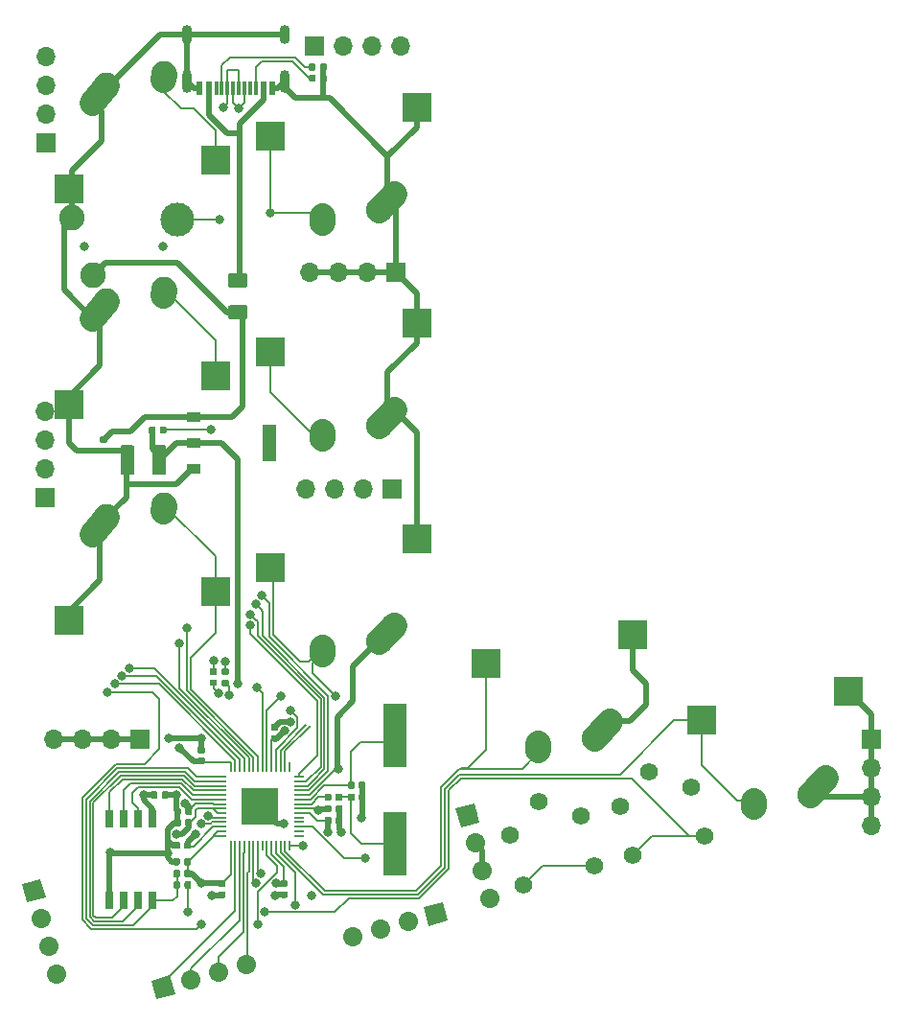
<source format=gbr>
G04 #@! TF.GenerationSoftware,KiCad,Pcbnew,(5.1.4)-1*
G04 #@! TF.CreationDate,2023-06-17T18:32:23-04:00*
G04 #@! TF.ProjectId,ThumbsUp,5468756d-6273-4557-902e-6b696361645f,rev?*
G04 #@! TF.SameCoordinates,Original*
G04 #@! TF.FileFunction,Copper,L2,Bot*
G04 #@! TF.FilePolarity,Positive*
%FSLAX46Y46*%
G04 Gerber Fmt 4.6, Leading zero omitted, Abs format (unit mm)*
G04 Created by KiCad (PCBNEW (5.1.4)-1) date 2023-06-17 18:32:23*
%MOMM*%
%LPD*%
G04 APERTURE LIST*
%ADD10C,0.100000*%
%ADD11C,1.250000*%
%ADD12R,1.300000X3.250000*%
%ADD13R,1.300000X0.950000*%
%ADD14C,2.250000*%
%ADD15C,2.250000*%
%ADD16R,2.550000X2.500000*%
%ADD17R,0.600000X1.160000*%
%ADD18R,0.300000X1.160000*%
%ADD19O,0.900000X1.700000*%
%ADD20O,0.900000X2.000000*%
%ADD21O,1.700000X1.700000*%
%ADD22R,1.700000X1.700000*%
%ADD23C,1.700000*%
%ADD24C,1.700000*%
%ADD25C,0.800000*%
%ADD26C,3.000000*%
%ADD27C,1.575000*%
%ADD28C,0.590000*%
%ADD29R,3.200000X3.200000*%
%ADD30R,0.850000X0.200000*%
%ADD31R,0.200000X0.850000*%
%ADD32R,2.100000X5.600000*%
%ADD33R,0.650000X1.650000*%
%ADD34C,0.200000*%
%ADD35C,0.500000*%
G04 APERTURE END LIST*
D10*
G36*
X163079504Y-425106204D02*
G01*
X163103773Y-425109804D01*
X163127571Y-425115765D01*
X163150671Y-425124030D01*
X163172849Y-425134520D01*
X163193893Y-425147133D01*
X163213598Y-425161747D01*
X163231777Y-425178223D01*
X163248253Y-425196402D01*
X163262867Y-425216107D01*
X163275480Y-425237151D01*
X163285970Y-425259329D01*
X163294235Y-425282429D01*
X163300196Y-425306227D01*
X163303796Y-425330496D01*
X163305000Y-425355000D01*
X163305000Y-427505000D01*
X163303796Y-427529504D01*
X163300196Y-427553773D01*
X163294235Y-427577571D01*
X163285970Y-427600671D01*
X163275480Y-427622849D01*
X163262867Y-427643893D01*
X163248253Y-427663598D01*
X163231777Y-427681777D01*
X163213598Y-427698253D01*
X163193893Y-427712867D01*
X163172849Y-427725480D01*
X163150671Y-427735970D01*
X163127571Y-427744235D01*
X163103773Y-427750196D01*
X163079504Y-427753796D01*
X163055000Y-427755000D01*
X162305000Y-427755000D01*
X162280496Y-427753796D01*
X162256227Y-427750196D01*
X162232429Y-427744235D01*
X162209329Y-427735970D01*
X162187151Y-427725480D01*
X162166107Y-427712867D01*
X162146402Y-427698253D01*
X162128223Y-427681777D01*
X162111747Y-427663598D01*
X162097133Y-427643893D01*
X162084520Y-427622849D01*
X162074030Y-427600671D01*
X162065765Y-427577571D01*
X162059804Y-427553773D01*
X162056204Y-427529504D01*
X162055000Y-427505000D01*
X162055000Y-425355000D01*
X162056204Y-425330496D01*
X162059804Y-425306227D01*
X162065765Y-425282429D01*
X162074030Y-425259329D01*
X162084520Y-425237151D01*
X162097133Y-425216107D01*
X162111747Y-425196402D01*
X162128223Y-425178223D01*
X162146402Y-425161747D01*
X162166107Y-425147133D01*
X162187151Y-425134520D01*
X162209329Y-425124030D01*
X162232429Y-425115765D01*
X162256227Y-425109804D01*
X162280496Y-425106204D01*
X162305000Y-425105000D01*
X163055000Y-425105000D01*
X163079504Y-425106204D01*
X163079504Y-425106204D01*
G37*
D11*
X162680000Y-426430000D03*
D10*
G36*
X165879504Y-425106204D02*
G01*
X165903773Y-425109804D01*
X165927571Y-425115765D01*
X165950671Y-425124030D01*
X165972849Y-425134520D01*
X165993893Y-425147133D01*
X166013598Y-425161747D01*
X166031777Y-425178223D01*
X166048253Y-425196402D01*
X166062867Y-425216107D01*
X166075480Y-425237151D01*
X166085970Y-425259329D01*
X166094235Y-425282429D01*
X166100196Y-425306227D01*
X166103796Y-425330496D01*
X166105000Y-425355000D01*
X166105000Y-427505000D01*
X166103796Y-427529504D01*
X166100196Y-427553773D01*
X166094235Y-427577571D01*
X166085970Y-427600671D01*
X166075480Y-427622849D01*
X166062867Y-427643893D01*
X166048253Y-427663598D01*
X166031777Y-427681777D01*
X166013598Y-427698253D01*
X165993893Y-427712867D01*
X165972849Y-427725480D01*
X165950671Y-427735970D01*
X165927571Y-427744235D01*
X165903773Y-427750196D01*
X165879504Y-427753796D01*
X165855000Y-427755000D01*
X165105000Y-427755000D01*
X165080496Y-427753796D01*
X165056227Y-427750196D01*
X165032429Y-427744235D01*
X165009329Y-427735970D01*
X164987151Y-427725480D01*
X164966107Y-427712867D01*
X164946402Y-427698253D01*
X164928223Y-427681777D01*
X164911747Y-427663598D01*
X164897133Y-427643893D01*
X164884520Y-427622849D01*
X164874030Y-427600671D01*
X164865765Y-427577571D01*
X164859804Y-427553773D01*
X164856204Y-427529504D01*
X164855000Y-427505000D01*
X164855000Y-425355000D01*
X164856204Y-425330496D01*
X164859804Y-425306227D01*
X164865765Y-425282429D01*
X164874030Y-425259329D01*
X164884520Y-425237151D01*
X164897133Y-425216107D01*
X164911747Y-425196402D01*
X164928223Y-425178223D01*
X164946402Y-425161747D01*
X164966107Y-425147133D01*
X164987151Y-425134520D01*
X165009329Y-425124030D01*
X165032429Y-425115765D01*
X165056227Y-425109804D01*
X165080496Y-425106204D01*
X165105000Y-425105000D01*
X165855000Y-425105000D01*
X165879504Y-425106204D01*
X165879504Y-425106204D01*
G37*
D11*
X165480000Y-426430000D03*
D12*
X175200000Y-424925000D03*
D13*
X168500000Y-422635000D03*
X168500000Y-424925000D03*
X168500000Y-427215000D03*
D14*
X179892025Y-405150323D03*
D15*
X179912025Y-404860323D02*
X179872025Y-405440323D01*
D14*
X179872025Y-405440323D03*
X185567024Y-403630323D03*
D15*
X186222025Y-402900323D02*
X184912023Y-404360323D01*
D14*
X184912025Y-404360323D03*
D16*
X188254025Y-395280323D03*
X175327025Y-397820323D03*
D17*
X175475000Y-393560000D03*
X174675000Y-393560000D03*
X175475000Y-393560000D03*
X174675000Y-393560000D03*
X169075000Y-393560000D03*
X169075000Y-393560000D03*
X169875000Y-393560000D03*
X169875000Y-393560000D03*
D18*
X174025000Y-393560000D03*
X173025000Y-393560000D03*
X173525000Y-393560000D03*
X171025000Y-393560000D03*
X170525000Y-393560000D03*
X172525000Y-393560000D03*
X172025000Y-393560000D03*
X171525000Y-393560000D03*
D19*
X176595000Y-388810000D03*
X167955000Y-388810000D03*
D20*
X176595000Y-392980000D03*
X167955000Y-392980000D03*
D21*
X155412019Y-422110280D03*
X155412019Y-424650280D03*
X155412019Y-427190280D03*
D22*
X155412019Y-429730280D03*
D21*
X155458726Y-390760794D03*
X155458726Y-393300794D03*
X155458726Y-395840794D03*
D22*
X155458726Y-398380794D03*
D23*
X194698626Y-465168258D03*
D24*
X194698626Y-465168258D02*
X194698626Y-465168258D01*
D23*
X194041226Y-462714806D03*
D24*
X194041226Y-462714806D02*
X194041226Y-462714806D01*
D23*
X193383825Y-460261355D03*
D24*
X193383825Y-460261355D02*
X193383825Y-460261355D01*
D23*
X192726425Y-457807903D03*
D10*
G36*
X192125384Y-458848936D02*
G01*
X191685392Y-457206862D01*
X193327466Y-456766870D01*
X193767458Y-458408944D01*
X192125384Y-458848936D01*
X192125384Y-458848936D01*
G37*
D21*
X156195921Y-451084972D03*
X158735921Y-451084972D03*
X161275921Y-451084972D03*
D22*
X163815921Y-451084972D03*
D21*
X228412025Y-458730322D03*
X228412025Y-456190322D03*
X228412025Y-453650322D03*
D22*
X228412025Y-451110322D03*
D25*
X165850000Y-407575000D03*
X158850000Y-407575000D03*
D14*
X159650000Y-410100000D03*
D26*
X167050000Y-405175000D03*
D14*
X157750000Y-405050000D03*
D27*
X199027730Y-456555373D03*
X202751651Y-457881047D03*
X203923921Y-462225674D03*
X196476079Y-459574326D03*
X197648349Y-463918953D03*
X208727730Y-453955373D03*
X212451651Y-455281047D03*
X213623921Y-459625674D03*
X206176079Y-456974326D03*
X207348349Y-461318953D03*
D21*
X186830000Y-389860000D03*
X184290000Y-389860000D03*
X181750000Y-389860000D03*
D22*
X179210000Y-389860000D03*
D23*
X182551669Y-468482524D03*
D24*
X182551669Y-468482524D02*
X182551669Y-468482524D01*
D23*
X185005121Y-467825124D03*
D24*
X185005121Y-467825124D02*
X185005121Y-467825124D01*
D23*
X187458572Y-467167723D03*
D24*
X187458572Y-467167723D02*
X187458572Y-467167723D01*
D23*
X189912024Y-466510323D03*
D10*
G36*
X188870991Y-465909282D02*
G01*
X190513065Y-465469290D01*
X190953057Y-467111364D01*
X189310983Y-467551356D01*
X188870991Y-465909282D01*
X188870991Y-465909282D01*
G37*
D23*
X156391130Y-471814978D03*
D24*
X156391130Y-471814978D02*
X156391130Y-471814978D01*
D23*
X155733730Y-469361526D03*
D24*
X155733730Y-469361526D02*
X155733730Y-469361526D01*
D23*
X155076329Y-466908075D03*
D24*
X155076329Y-466908075D02*
X155076329Y-466908075D01*
D23*
X154418929Y-464454623D03*
D10*
G36*
X153817888Y-465495656D02*
G01*
X153377896Y-463853582D01*
X155019970Y-463413590D01*
X155459962Y-465055664D01*
X153817888Y-465495656D01*
X153817888Y-465495656D01*
G37*
G36*
X183581958Y-454830710D02*
G01*
X183596276Y-454832834D01*
X183610317Y-454836351D01*
X183623946Y-454841228D01*
X183637031Y-454847417D01*
X183649447Y-454854858D01*
X183661073Y-454863481D01*
X183671798Y-454873202D01*
X183681519Y-454883927D01*
X183690142Y-454895553D01*
X183697583Y-454907969D01*
X183703772Y-454921054D01*
X183708649Y-454934683D01*
X183712166Y-454948724D01*
X183714290Y-454963042D01*
X183715000Y-454977500D01*
X183715000Y-455322500D01*
X183714290Y-455336958D01*
X183712166Y-455351276D01*
X183708649Y-455365317D01*
X183703772Y-455378946D01*
X183697583Y-455392031D01*
X183690142Y-455404447D01*
X183681519Y-455416073D01*
X183671798Y-455426798D01*
X183661073Y-455436519D01*
X183649447Y-455445142D01*
X183637031Y-455452583D01*
X183623946Y-455458772D01*
X183610317Y-455463649D01*
X183596276Y-455467166D01*
X183581958Y-455469290D01*
X183567500Y-455470000D01*
X183272500Y-455470000D01*
X183258042Y-455469290D01*
X183243724Y-455467166D01*
X183229683Y-455463649D01*
X183216054Y-455458772D01*
X183202969Y-455452583D01*
X183190553Y-455445142D01*
X183178927Y-455436519D01*
X183168202Y-455426798D01*
X183158481Y-455416073D01*
X183149858Y-455404447D01*
X183142417Y-455392031D01*
X183136228Y-455378946D01*
X183131351Y-455365317D01*
X183127834Y-455351276D01*
X183125710Y-455336958D01*
X183125000Y-455322500D01*
X183125000Y-454977500D01*
X183125710Y-454963042D01*
X183127834Y-454948724D01*
X183131351Y-454934683D01*
X183136228Y-454921054D01*
X183142417Y-454907969D01*
X183149858Y-454895553D01*
X183158481Y-454883927D01*
X183168202Y-454873202D01*
X183178927Y-454863481D01*
X183190553Y-454854858D01*
X183202969Y-454847417D01*
X183216054Y-454841228D01*
X183229683Y-454836351D01*
X183243724Y-454832834D01*
X183258042Y-454830710D01*
X183272500Y-454830000D01*
X183567500Y-454830000D01*
X183581958Y-454830710D01*
X183581958Y-454830710D01*
G37*
D28*
X183420000Y-455150000D03*
D10*
G36*
X182611958Y-454830710D02*
G01*
X182626276Y-454832834D01*
X182640317Y-454836351D01*
X182653946Y-454841228D01*
X182667031Y-454847417D01*
X182679447Y-454854858D01*
X182691073Y-454863481D01*
X182701798Y-454873202D01*
X182711519Y-454883927D01*
X182720142Y-454895553D01*
X182727583Y-454907969D01*
X182733772Y-454921054D01*
X182738649Y-454934683D01*
X182742166Y-454948724D01*
X182744290Y-454963042D01*
X182745000Y-454977500D01*
X182745000Y-455322500D01*
X182744290Y-455336958D01*
X182742166Y-455351276D01*
X182738649Y-455365317D01*
X182733772Y-455378946D01*
X182727583Y-455392031D01*
X182720142Y-455404447D01*
X182711519Y-455416073D01*
X182701798Y-455426798D01*
X182691073Y-455436519D01*
X182679447Y-455445142D01*
X182667031Y-455452583D01*
X182653946Y-455458772D01*
X182640317Y-455463649D01*
X182626276Y-455467166D01*
X182611958Y-455469290D01*
X182597500Y-455470000D01*
X182302500Y-455470000D01*
X182288042Y-455469290D01*
X182273724Y-455467166D01*
X182259683Y-455463649D01*
X182246054Y-455458772D01*
X182232969Y-455452583D01*
X182220553Y-455445142D01*
X182208927Y-455436519D01*
X182198202Y-455426798D01*
X182188481Y-455416073D01*
X182179858Y-455404447D01*
X182172417Y-455392031D01*
X182166228Y-455378946D01*
X182161351Y-455365317D01*
X182157834Y-455351276D01*
X182155710Y-455336958D01*
X182155000Y-455322500D01*
X182155000Y-454977500D01*
X182155710Y-454963042D01*
X182157834Y-454948724D01*
X182161351Y-454934683D01*
X182166228Y-454921054D01*
X182172417Y-454907969D01*
X182179858Y-454895553D01*
X182188481Y-454883927D01*
X182198202Y-454873202D01*
X182208927Y-454863481D01*
X182220553Y-454854858D01*
X182232969Y-454847417D01*
X182246054Y-454841228D01*
X182259683Y-454836351D01*
X182273724Y-454832834D01*
X182288042Y-454830710D01*
X182302500Y-454830000D01*
X182597500Y-454830000D01*
X182611958Y-454830710D01*
X182611958Y-454830710D01*
G37*
D28*
X182450000Y-455150000D03*
D10*
G36*
X167191958Y-460130710D02*
G01*
X167206276Y-460132834D01*
X167220317Y-460136351D01*
X167233946Y-460141228D01*
X167247031Y-460147417D01*
X167259447Y-460154858D01*
X167271073Y-460163481D01*
X167281798Y-460173202D01*
X167291519Y-460183927D01*
X167300142Y-460195553D01*
X167307583Y-460207969D01*
X167313772Y-460221054D01*
X167318649Y-460234683D01*
X167322166Y-460248724D01*
X167324290Y-460263042D01*
X167325000Y-460277500D01*
X167325000Y-460622500D01*
X167324290Y-460636958D01*
X167322166Y-460651276D01*
X167318649Y-460665317D01*
X167313772Y-460678946D01*
X167307583Y-460692031D01*
X167300142Y-460704447D01*
X167291519Y-460716073D01*
X167281798Y-460726798D01*
X167271073Y-460736519D01*
X167259447Y-460745142D01*
X167247031Y-460752583D01*
X167233946Y-460758772D01*
X167220317Y-460763649D01*
X167206276Y-460767166D01*
X167191958Y-460769290D01*
X167177500Y-460770000D01*
X166882500Y-460770000D01*
X166868042Y-460769290D01*
X166853724Y-460767166D01*
X166839683Y-460763649D01*
X166826054Y-460758772D01*
X166812969Y-460752583D01*
X166800553Y-460745142D01*
X166788927Y-460736519D01*
X166778202Y-460726798D01*
X166768481Y-460716073D01*
X166759858Y-460704447D01*
X166752417Y-460692031D01*
X166746228Y-460678946D01*
X166741351Y-460665317D01*
X166737834Y-460651276D01*
X166735710Y-460636958D01*
X166735000Y-460622500D01*
X166735000Y-460277500D01*
X166735710Y-460263042D01*
X166737834Y-460248724D01*
X166741351Y-460234683D01*
X166746228Y-460221054D01*
X166752417Y-460207969D01*
X166759858Y-460195553D01*
X166768481Y-460183927D01*
X166778202Y-460173202D01*
X166788927Y-460163481D01*
X166800553Y-460154858D01*
X166812969Y-460147417D01*
X166826054Y-460141228D01*
X166839683Y-460136351D01*
X166853724Y-460132834D01*
X166868042Y-460130710D01*
X166882500Y-460130000D01*
X167177500Y-460130000D01*
X167191958Y-460130710D01*
X167191958Y-460130710D01*
G37*
D28*
X167030000Y-460450000D03*
D10*
G36*
X168161958Y-460130710D02*
G01*
X168176276Y-460132834D01*
X168190317Y-460136351D01*
X168203946Y-460141228D01*
X168217031Y-460147417D01*
X168229447Y-460154858D01*
X168241073Y-460163481D01*
X168251798Y-460173202D01*
X168261519Y-460183927D01*
X168270142Y-460195553D01*
X168277583Y-460207969D01*
X168283772Y-460221054D01*
X168288649Y-460234683D01*
X168292166Y-460248724D01*
X168294290Y-460263042D01*
X168295000Y-460277500D01*
X168295000Y-460622500D01*
X168294290Y-460636958D01*
X168292166Y-460651276D01*
X168288649Y-460665317D01*
X168283772Y-460678946D01*
X168277583Y-460692031D01*
X168270142Y-460704447D01*
X168261519Y-460716073D01*
X168251798Y-460726798D01*
X168241073Y-460736519D01*
X168229447Y-460745142D01*
X168217031Y-460752583D01*
X168203946Y-460758772D01*
X168190317Y-460763649D01*
X168176276Y-460767166D01*
X168161958Y-460769290D01*
X168147500Y-460770000D01*
X167852500Y-460770000D01*
X167838042Y-460769290D01*
X167823724Y-460767166D01*
X167809683Y-460763649D01*
X167796054Y-460758772D01*
X167782969Y-460752583D01*
X167770553Y-460745142D01*
X167758927Y-460736519D01*
X167748202Y-460726798D01*
X167738481Y-460716073D01*
X167729858Y-460704447D01*
X167722417Y-460692031D01*
X167716228Y-460678946D01*
X167711351Y-460665317D01*
X167707834Y-460651276D01*
X167705710Y-460636958D01*
X167705000Y-460622500D01*
X167705000Y-460277500D01*
X167705710Y-460263042D01*
X167707834Y-460248724D01*
X167711351Y-460234683D01*
X167716228Y-460221054D01*
X167722417Y-460207969D01*
X167729858Y-460195553D01*
X167738481Y-460183927D01*
X167748202Y-460173202D01*
X167758927Y-460163481D01*
X167770553Y-460154858D01*
X167782969Y-460147417D01*
X167796054Y-460141228D01*
X167809683Y-460136351D01*
X167823724Y-460132834D01*
X167838042Y-460130710D01*
X167852500Y-460130000D01*
X168147500Y-460130000D01*
X168161958Y-460130710D01*
X168161958Y-460130710D01*
G37*
D28*
X168000000Y-460450000D03*
D10*
G36*
X183581958Y-455880710D02*
G01*
X183596276Y-455882834D01*
X183610317Y-455886351D01*
X183623946Y-455891228D01*
X183637031Y-455897417D01*
X183649447Y-455904858D01*
X183661073Y-455913481D01*
X183671798Y-455923202D01*
X183681519Y-455933927D01*
X183690142Y-455945553D01*
X183697583Y-455957969D01*
X183703772Y-455971054D01*
X183708649Y-455984683D01*
X183712166Y-455998724D01*
X183714290Y-456013042D01*
X183715000Y-456027500D01*
X183715000Y-456372500D01*
X183714290Y-456386958D01*
X183712166Y-456401276D01*
X183708649Y-456415317D01*
X183703772Y-456428946D01*
X183697583Y-456442031D01*
X183690142Y-456454447D01*
X183681519Y-456466073D01*
X183671798Y-456476798D01*
X183661073Y-456486519D01*
X183649447Y-456495142D01*
X183637031Y-456502583D01*
X183623946Y-456508772D01*
X183610317Y-456513649D01*
X183596276Y-456517166D01*
X183581958Y-456519290D01*
X183567500Y-456520000D01*
X183272500Y-456520000D01*
X183258042Y-456519290D01*
X183243724Y-456517166D01*
X183229683Y-456513649D01*
X183216054Y-456508772D01*
X183202969Y-456502583D01*
X183190553Y-456495142D01*
X183178927Y-456486519D01*
X183168202Y-456476798D01*
X183158481Y-456466073D01*
X183149858Y-456454447D01*
X183142417Y-456442031D01*
X183136228Y-456428946D01*
X183131351Y-456415317D01*
X183127834Y-456401276D01*
X183125710Y-456386958D01*
X183125000Y-456372500D01*
X183125000Y-456027500D01*
X183125710Y-456013042D01*
X183127834Y-455998724D01*
X183131351Y-455984683D01*
X183136228Y-455971054D01*
X183142417Y-455957969D01*
X183149858Y-455945553D01*
X183158481Y-455933927D01*
X183168202Y-455923202D01*
X183178927Y-455913481D01*
X183190553Y-455904858D01*
X183202969Y-455897417D01*
X183216054Y-455891228D01*
X183229683Y-455886351D01*
X183243724Y-455882834D01*
X183258042Y-455880710D01*
X183272500Y-455880000D01*
X183567500Y-455880000D01*
X183581958Y-455880710D01*
X183581958Y-455880710D01*
G37*
D28*
X183420000Y-456200000D03*
D10*
G36*
X182611958Y-455880710D02*
G01*
X182626276Y-455882834D01*
X182640317Y-455886351D01*
X182653946Y-455891228D01*
X182667031Y-455897417D01*
X182679447Y-455904858D01*
X182691073Y-455913481D01*
X182701798Y-455923202D01*
X182711519Y-455933927D01*
X182720142Y-455945553D01*
X182727583Y-455957969D01*
X182733772Y-455971054D01*
X182738649Y-455984683D01*
X182742166Y-455998724D01*
X182744290Y-456013042D01*
X182745000Y-456027500D01*
X182745000Y-456372500D01*
X182744290Y-456386958D01*
X182742166Y-456401276D01*
X182738649Y-456415317D01*
X182733772Y-456428946D01*
X182727583Y-456442031D01*
X182720142Y-456454447D01*
X182711519Y-456466073D01*
X182701798Y-456476798D01*
X182691073Y-456486519D01*
X182679447Y-456495142D01*
X182667031Y-456502583D01*
X182653946Y-456508772D01*
X182640317Y-456513649D01*
X182626276Y-456517166D01*
X182611958Y-456519290D01*
X182597500Y-456520000D01*
X182302500Y-456520000D01*
X182288042Y-456519290D01*
X182273724Y-456517166D01*
X182259683Y-456513649D01*
X182246054Y-456508772D01*
X182232969Y-456502583D01*
X182220553Y-456495142D01*
X182208927Y-456486519D01*
X182198202Y-456476798D01*
X182188481Y-456466073D01*
X182179858Y-456454447D01*
X182172417Y-456442031D01*
X182166228Y-456428946D01*
X182161351Y-456415317D01*
X182157834Y-456401276D01*
X182155710Y-456386958D01*
X182155000Y-456372500D01*
X182155000Y-456027500D01*
X182155710Y-456013042D01*
X182157834Y-455998724D01*
X182161351Y-455984683D01*
X182166228Y-455971054D01*
X182172417Y-455957969D01*
X182179858Y-455945553D01*
X182188481Y-455933927D01*
X182198202Y-455923202D01*
X182208927Y-455913481D01*
X182220553Y-455904858D01*
X182232969Y-455897417D01*
X182246054Y-455891228D01*
X182259683Y-455886351D01*
X182273724Y-455882834D01*
X182288042Y-455880710D01*
X182302500Y-455880000D01*
X182597500Y-455880000D01*
X182611958Y-455880710D01*
X182611958Y-455880710D01*
G37*
D28*
X182450000Y-456200000D03*
D10*
G36*
X166181958Y-455680710D02*
G01*
X166196276Y-455682834D01*
X166210317Y-455686351D01*
X166223946Y-455691228D01*
X166237031Y-455697417D01*
X166249447Y-455704858D01*
X166261073Y-455713481D01*
X166271798Y-455723202D01*
X166281519Y-455733927D01*
X166290142Y-455745553D01*
X166297583Y-455757969D01*
X166303772Y-455771054D01*
X166308649Y-455784683D01*
X166312166Y-455798724D01*
X166314290Y-455813042D01*
X166315000Y-455827500D01*
X166315000Y-456172500D01*
X166314290Y-456186958D01*
X166312166Y-456201276D01*
X166308649Y-456215317D01*
X166303772Y-456228946D01*
X166297583Y-456242031D01*
X166290142Y-456254447D01*
X166281519Y-456266073D01*
X166271798Y-456276798D01*
X166261073Y-456286519D01*
X166249447Y-456295142D01*
X166237031Y-456302583D01*
X166223946Y-456308772D01*
X166210317Y-456313649D01*
X166196276Y-456317166D01*
X166181958Y-456319290D01*
X166167500Y-456320000D01*
X165872500Y-456320000D01*
X165858042Y-456319290D01*
X165843724Y-456317166D01*
X165829683Y-456313649D01*
X165816054Y-456308772D01*
X165802969Y-456302583D01*
X165790553Y-456295142D01*
X165778927Y-456286519D01*
X165768202Y-456276798D01*
X165758481Y-456266073D01*
X165749858Y-456254447D01*
X165742417Y-456242031D01*
X165736228Y-456228946D01*
X165731351Y-456215317D01*
X165727834Y-456201276D01*
X165725710Y-456186958D01*
X165725000Y-456172500D01*
X165725000Y-455827500D01*
X165725710Y-455813042D01*
X165727834Y-455798724D01*
X165731351Y-455784683D01*
X165736228Y-455771054D01*
X165742417Y-455757969D01*
X165749858Y-455745553D01*
X165758481Y-455733927D01*
X165768202Y-455723202D01*
X165778927Y-455713481D01*
X165790553Y-455704858D01*
X165802969Y-455697417D01*
X165816054Y-455691228D01*
X165829683Y-455686351D01*
X165843724Y-455682834D01*
X165858042Y-455680710D01*
X165872500Y-455680000D01*
X166167500Y-455680000D01*
X166181958Y-455680710D01*
X166181958Y-455680710D01*
G37*
D28*
X166020000Y-456000000D03*
D10*
G36*
X165211958Y-455680710D02*
G01*
X165226276Y-455682834D01*
X165240317Y-455686351D01*
X165253946Y-455691228D01*
X165267031Y-455697417D01*
X165279447Y-455704858D01*
X165291073Y-455713481D01*
X165301798Y-455723202D01*
X165311519Y-455733927D01*
X165320142Y-455745553D01*
X165327583Y-455757969D01*
X165333772Y-455771054D01*
X165338649Y-455784683D01*
X165342166Y-455798724D01*
X165344290Y-455813042D01*
X165345000Y-455827500D01*
X165345000Y-456172500D01*
X165344290Y-456186958D01*
X165342166Y-456201276D01*
X165338649Y-456215317D01*
X165333772Y-456228946D01*
X165327583Y-456242031D01*
X165320142Y-456254447D01*
X165311519Y-456266073D01*
X165301798Y-456276798D01*
X165291073Y-456286519D01*
X165279447Y-456295142D01*
X165267031Y-456302583D01*
X165253946Y-456308772D01*
X165240317Y-456313649D01*
X165226276Y-456317166D01*
X165211958Y-456319290D01*
X165197500Y-456320000D01*
X164902500Y-456320000D01*
X164888042Y-456319290D01*
X164873724Y-456317166D01*
X164859683Y-456313649D01*
X164846054Y-456308772D01*
X164832969Y-456302583D01*
X164820553Y-456295142D01*
X164808927Y-456286519D01*
X164798202Y-456276798D01*
X164788481Y-456266073D01*
X164779858Y-456254447D01*
X164772417Y-456242031D01*
X164766228Y-456228946D01*
X164761351Y-456215317D01*
X164757834Y-456201276D01*
X164755710Y-456186958D01*
X164755000Y-456172500D01*
X164755000Y-455827500D01*
X164755710Y-455813042D01*
X164757834Y-455798724D01*
X164761351Y-455784683D01*
X164766228Y-455771054D01*
X164772417Y-455757969D01*
X164779858Y-455745553D01*
X164788481Y-455733927D01*
X164798202Y-455723202D01*
X164808927Y-455713481D01*
X164820553Y-455704858D01*
X164832969Y-455697417D01*
X164846054Y-455691228D01*
X164859683Y-455686351D01*
X164873724Y-455682834D01*
X164888042Y-455680710D01*
X164902500Y-455680000D01*
X165197500Y-455680000D01*
X165211958Y-455680710D01*
X165211958Y-455680710D01*
G37*
D28*
X165050000Y-456000000D03*
D10*
G36*
X160756958Y-425300710D02*
G01*
X160771276Y-425302834D01*
X160785317Y-425306351D01*
X160798946Y-425311228D01*
X160812031Y-425317417D01*
X160824447Y-425324858D01*
X160836073Y-425333481D01*
X160846798Y-425343202D01*
X160856519Y-425353927D01*
X160865142Y-425365553D01*
X160872583Y-425377969D01*
X160878772Y-425391054D01*
X160883649Y-425404683D01*
X160887166Y-425418724D01*
X160889290Y-425433042D01*
X160890000Y-425447500D01*
X160890000Y-425742500D01*
X160889290Y-425756958D01*
X160887166Y-425771276D01*
X160883649Y-425785317D01*
X160878772Y-425798946D01*
X160872583Y-425812031D01*
X160865142Y-425824447D01*
X160856519Y-425836073D01*
X160846798Y-425846798D01*
X160836073Y-425856519D01*
X160824447Y-425865142D01*
X160812031Y-425872583D01*
X160798946Y-425878772D01*
X160785317Y-425883649D01*
X160771276Y-425887166D01*
X160756958Y-425889290D01*
X160742500Y-425890000D01*
X160397500Y-425890000D01*
X160383042Y-425889290D01*
X160368724Y-425887166D01*
X160354683Y-425883649D01*
X160341054Y-425878772D01*
X160327969Y-425872583D01*
X160315553Y-425865142D01*
X160303927Y-425856519D01*
X160293202Y-425846798D01*
X160283481Y-425836073D01*
X160274858Y-425824447D01*
X160267417Y-425812031D01*
X160261228Y-425798946D01*
X160256351Y-425785317D01*
X160252834Y-425771276D01*
X160250710Y-425756958D01*
X160250000Y-425742500D01*
X160250000Y-425447500D01*
X160250710Y-425433042D01*
X160252834Y-425418724D01*
X160256351Y-425404683D01*
X160261228Y-425391054D01*
X160267417Y-425377969D01*
X160274858Y-425365553D01*
X160283481Y-425353927D01*
X160293202Y-425343202D01*
X160303927Y-425333481D01*
X160315553Y-425324858D01*
X160327969Y-425317417D01*
X160341054Y-425311228D01*
X160354683Y-425306351D01*
X160368724Y-425302834D01*
X160383042Y-425300710D01*
X160397500Y-425300000D01*
X160742500Y-425300000D01*
X160756958Y-425300710D01*
X160756958Y-425300710D01*
G37*
D28*
X160570000Y-425595000D03*
D10*
G36*
X160756958Y-424330710D02*
G01*
X160771276Y-424332834D01*
X160785317Y-424336351D01*
X160798946Y-424341228D01*
X160812031Y-424347417D01*
X160824447Y-424354858D01*
X160836073Y-424363481D01*
X160846798Y-424373202D01*
X160856519Y-424383927D01*
X160865142Y-424395553D01*
X160872583Y-424407969D01*
X160878772Y-424421054D01*
X160883649Y-424434683D01*
X160887166Y-424448724D01*
X160889290Y-424463042D01*
X160890000Y-424477500D01*
X160890000Y-424772500D01*
X160889290Y-424786958D01*
X160887166Y-424801276D01*
X160883649Y-424815317D01*
X160878772Y-424828946D01*
X160872583Y-424842031D01*
X160865142Y-424854447D01*
X160856519Y-424866073D01*
X160846798Y-424876798D01*
X160836073Y-424886519D01*
X160824447Y-424895142D01*
X160812031Y-424902583D01*
X160798946Y-424908772D01*
X160785317Y-424913649D01*
X160771276Y-424917166D01*
X160756958Y-424919290D01*
X160742500Y-424920000D01*
X160397500Y-424920000D01*
X160383042Y-424919290D01*
X160368724Y-424917166D01*
X160354683Y-424913649D01*
X160341054Y-424908772D01*
X160327969Y-424902583D01*
X160315553Y-424895142D01*
X160303927Y-424886519D01*
X160293202Y-424876798D01*
X160283481Y-424866073D01*
X160274858Y-424854447D01*
X160267417Y-424842031D01*
X160261228Y-424828946D01*
X160256351Y-424815317D01*
X160252834Y-424801276D01*
X160250710Y-424786958D01*
X160250000Y-424772500D01*
X160250000Y-424477500D01*
X160250710Y-424463042D01*
X160252834Y-424448724D01*
X160256351Y-424434683D01*
X160261228Y-424421054D01*
X160267417Y-424407969D01*
X160274858Y-424395553D01*
X160283481Y-424383927D01*
X160293202Y-424373202D01*
X160303927Y-424363481D01*
X160315553Y-424354858D01*
X160327969Y-424347417D01*
X160341054Y-424341228D01*
X160354683Y-424336351D01*
X160368724Y-424332834D01*
X160383042Y-424330710D01*
X160397500Y-424330000D01*
X160742500Y-424330000D01*
X160756958Y-424330710D01*
X160756958Y-424330710D01*
G37*
D28*
X160570000Y-424625000D03*
D10*
G36*
X167261958Y-458130710D02*
G01*
X167276276Y-458132834D01*
X167290317Y-458136351D01*
X167303946Y-458141228D01*
X167317031Y-458147417D01*
X167329447Y-458154858D01*
X167341073Y-458163481D01*
X167351798Y-458173202D01*
X167361519Y-458183927D01*
X167370142Y-458195553D01*
X167377583Y-458207969D01*
X167383772Y-458221054D01*
X167388649Y-458234683D01*
X167392166Y-458248724D01*
X167394290Y-458263042D01*
X167395000Y-458277500D01*
X167395000Y-458622500D01*
X167394290Y-458636958D01*
X167392166Y-458651276D01*
X167388649Y-458665317D01*
X167383772Y-458678946D01*
X167377583Y-458692031D01*
X167370142Y-458704447D01*
X167361519Y-458716073D01*
X167351798Y-458726798D01*
X167341073Y-458736519D01*
X167329447Y-458745142D01*
X167317031Y-458752583D01*
X167303946Y-458758772D01*
X167290317Y-458763649D01*
X167276276Y-458767166D01*
X167261958Y-458769290D01*
X167247500Y-458770000D01*
X166952500Y-458770000D01*
X166938042Y-458769290D01*
X166923724Y-458767166D01*
X166909683Y-458763649D01*
X166896054Y-458758772D01*
X166882969Y-458752583D01*
X166870553Y-458745142D01*
X166858927Y-458736519D01*
X166848202Y-458726798D01*
X166838481Y-458716073D01*
X166829858Y-458704447D01*
X166822417Y-458692031D01*
X166816228Y-458678946D01*
X166811351Y-458665317D01*
X166807834Y-458651276D01*
X166805710Y-458636958D01*
X166805000Y-458622500D01*
X166805000Y-458277500D01*
X166805710Y-458263042D01*
X166807834Y-458248724D01*
X166811351Y-458234683D01*
X166816228Y-458221054D01*
X166822417Y-458207969D01*
X166829858Y-458195553D01*
X166838481Y-458183927D01*
X166848202Y-458173202D01*
X166858927Y-458163481D01*
X166870553Y-458154858D01*
X166882969Y-458147417D01*
X166896054Y-458141228D01*
X166909683Y-458136351D01*
X166923724Y-458132834D01*
X166938042Y-458130710D01*
X166952500Y-458130000D01*
X167247500Y-458130000D01*
X167261958Y-458130710D01*
X167261958Y-458130710D01*
G37*
D28*
X167100000Y-458450000D03*
D10*
G36*
X168231958Y-458130710D02*
G01*
X168246276Y-458132834D01*
X168260317Y-458136351D01*
X168273946Y-458141228D01*
X168287031Y-458147417D01*
X168299447Y-458154858D01*
X168311073Y-458163481D01*
X168321798Y-458173202D01*
X168331519Y-458183927D01*
X168340142Y-458195553D01*
X168347583Y-458207969D01*
X168353772Y-458221054D01*
X168358649Y-458234683D01*
X168362166Y-458248724D01*
X168364290Y-458263042D01*
X168365000Y-458277500D01*
X168365000Y-458622500D01*
X168364290Y-458636958D01*
X168362166Y-458651276D01*
X168358649Y-458665317D01*
X168353772Y-458678946D01*
X168347583Y-458692031D01*
X168340142Y-458704447D01*
X168331519Y-458716073D01*
X168321798Y-458726798D01*
X168311073Y-458736519D01*
X168299447Y-458745142D01*
X168287031Y-458752583D01*
X168273946Y-458758772D01*
X168260317Y-458763649D01*
X168246276Y-458767166D01*
X168231958Y-458769290D01*
X168217500Y-458770000D01*
X167922500Y-458770000D01*
X167908042Y-458769290D01*
X167893724Y-458767166D01*
X167879683Y-458763649D01*
X167866054Y-458758772D01*
X167852969Y-458752583D01*
X167840553Y-458745142D01*
X167828927Y-458736519D01*
X167818202Y-458726798D01*
X167808481Y-458716073D01*
X167799858Y-458704447D01*
X167792417Y-458692031D01*
X167786228Y-458678946D01*
X167781351Y-458665317D01*
X167777834Y-458651276D01*
X167775710Y-458636958D01*
X167775000Y-458622500D01*
X167775000Y-458277500D01*
X167775710Y-458263042D01*
X167777834Y-458248724D01*
X167781351Y-458234683D01*
X167786228Y-458221054D01*
X167792417Y-458207969D01*
X167799858Y-458195553D01*
X167808481Y-458183927D01*
X167818202Y-458173202D01*
X167828927Y-458163481D01*
X167840553Y-458154858D01*
X167852969Y-458147417D01*
X167866054Y-458141228D01*
X167879683Y-458136351D01*
X167893724Y-458132834D01*
X167908042Y-458130710D01*
X167922500Y-458130000D01*
X168217500Y-458130000D01*
X168231958Y-458130710D01*
X168231958Y-458130710D01*
G37*
D28*
X168070000Y-458450000D03*
D10*
G36*
X171186958Y-464525710D02*
G01*
X171201276Y-464527834D01*
X171215317Y-464531351D01*
X171228946Y-464536228D01*
X171242031Y-464542417D01*
X171254447Y-464549858D01*
X171266073Y-464558481D01*
X171276798Y-464568202D01*
X171286519Y-464578927D01*
X171295142Y-464590553D01*
X171302583Y-464602969D01*
X171308772Y-464616054D01*
X171313649Y-464629683D01*
X171317166Y-464643724D01*
X171319290Y-464658042D01*
X171320000Y-464672500D01*
X171320000Y-464967500D01*
X171319290Y-464981958D01*
X171317166Y-464996276D01*
X171313649Y-465010317D01*
X171308772Y-465023946D01*
X171302583Y-465037031D01*
X171295142Y-465049447D01*
X171286519Y-465061073D01*
X171276798Y-465071798D01*
X171266073Y-465081519D01*
X171254447Y-465090142D01*
X171242031Y-465097583D01*
X171228946Y-465103772D01*
X171215317Y-465108649D01*
X171201276Y-465112166D01*
X171186958Y-465114290D01*
X171172500Y-465115000D01*
X170827500Y-465115000D01*
X170813042Y-465114290D01*
X170798724Y-465112166D01*
X170784683Y-465108649D01*
X170771054Y-465103772D01*
X170757969Y-465097583D01*
X170745553Y-465090142D01*
X170733927Y-465081519D01*
X170723202Y-465071798D01*
X170713481Y-465061073D01*
X170704858Y-465049447D01*
X170697417Y-465037031D01*
X170691228Y-465023946D01*
X170686351Y-465010317D01*
X170682834Y-464996276D01*
X170680710Y-464981958D01*
X170680000Y-464967500D01*
X170680000Y-464672500D01*
X170680710Y-464658042D01*
X170682834Y-464643724D01*
X170686351Y-464629683D01*
X170691228Y-464616054D01*
X170697417Y-464602969D01*
X170704858Y-464590553D01*
X170713481Y-464578927D01*
X170723202Y-464568202D01*
X170733927Y-464558481D01*
X170745553Y-464549858D01*
X170757969Y-464542417D01*
X170771054Y-464536228D01*
X170784683Y-464531351D01*
X170798724Y-464527834D01*
X170813042Y-464525710D01*
X170827500Y-464525000D01*
X171172500Y-464525000D01*
X171186958Y-464525710D01*
X171186958Y-464525710D01*
G37*
D28*
X171000000Y-464820000D03*
D10*
G36*
X171186958Y-463555710D02*
G01*
X171201276Y-463557834D01*
X171215317Y-463561351D01*
X171228946Y-463566228D01*
X171242031Y-463572417D01*
X171254447Y-463579858D01*
X171266073Y-463588481D01*
X171276798Y-463598202D01*
X171286519Y-463608927D01*
X171295142Y-463620553D01*
X171302583Y-463632969D01*
X171308772Y-463646054D01*
X171313649Y-463659683D01*
X171317166Y-463673724D01*
X171319290Y-463688042D01*
X171320000Y-463702500D01*
X171320000Y-463997500D01*
X171319290Y-464011958D01*
X171317166Y-464026276D01*
X171313649Y-464040317D01*
X171308772Y-464053946D01*
X171302583Y-464067031D01*
X171295142Y-464079447D01*
X171286519Y-464091073D01*
X171276798Y-464101798D01*
X171266073Y-464111519D01*
X171254447Y-464120142D01*
X171242031Y-464127583D01*
X171228946Y-464133772D01*
X171215317Y-464138649D01*
X171201276Y-464142166D01*
X171186958Y-464144290D01*
X171172500Y-464145000D01*
X170827500Y-464145000D01*
X170813042Y-464144290D01*
X170798724Y-464142166D01*
X170784683Y-464138649D01*
X170771054Y-464133772D01*
X170757969Y-464127583D01*
X170745553Y-464120142D01*
X170733927Y-464111519D01*
X170723202Y-464101798D01*
X170713481Y-464091073D01*
X170704858Y-464079447D01*
X170697417Y-464067031D01*
X170691228Y-464053946D01*
X170686351Y-464040317D01*
X170682834Y-464026276D01*
X170680710Y-464011958D01*
X170680000Y-463997500D01*
X170680000Y-463702500D01*
X170680710Y-463688042D01*
X170682834Y-463673724D01*
X170686351Y-463659683D01*
X170691228Y-463646054D01*
X170697417Y-463632969D01*
X170704858Y-463620553D01*
X170713481Y-463608927D01*
X170723202Y-463598202D01*
X170733927Y-463588481D01*
X170745553Y-463579858D01*
X170757969Y-463572417D01*
X170771054Y-463566228D01*
X170784683Y-463561351D01*
X170798724Y-463557834D01*
X170813042Y-463555710D01*
X170827500Y-463555000D01*
X171172500Y-463555000D01*
X171186958Y-463555710D01*
X171186958Y-463555710D01*
G37*
D28*
X171000000Y-463850000D03*
D10*
G36*
X167176958Y-461580710D02*
G01*
X167191276Y-461582834D01*
X167205317Y-461586351D01*
X167218946Y-461591228D01*
X167232031Y-461597417D01*
X167244447Y-461604858D01*
X167256073Y-461613481D01*
X167266798Y-461623202D01*
X167276519Y-461633927D01*
X167285142Y-461645553D01*
X167292583Y-461657969D01*
X167298772Y-461671054D01*
X167303649Y-461684683D01*
X167307166Y-461698724D01*
X167309290Y-461713042D01*
X167310000Y-461727500D01*
X167310000Y-462072500D01*
X167309290Y-462086958D01*
X167307166Y-462101276D01*
X167303649Y-462115317D01*
X167298772Y-462128946D01*
X167292583Y-462142031D01*
X167285142Y-462154447D01*
X167276519Y-462166073D01*
X167266798Y-462176798D01*
X167256073Y-462186519D01*
X167244447Y-462195142D01*
X167232031Y-462202583D01*
X167218946Y-462208772D01*
X167205317Y-462213649D01*
X167191276Y-462217166D01*
X167176958Y-462219290D01*
X167162500Y-462220000D01*
X166867500Y-462220000D01*
X166853042Y-462219290D01*
X166838724Y-462217166D01*
X166824683Y-462213649D01*
X166811054Y-462208772D01*
X166797969Y-462202583D01*
X166785553Y-462195142D01*
X166773927Y-462186519D01*
X166763202Y-462176798D01*
X166753481Y-462166073D01*
X166744858Y-462154447D01*
X166737417Y-462142031D01*
X166731228Y-462128946D01*
X166726351Y-462115317D01*
X166722834Y-462101276D01*
X166720710Y-462086958D01*
X166720000Y-462072500D01*
X166720000Y-461727500D01*
X166720710Y-461713042D01*
X166722834Y-461698724D01*
X166726351Y-461684683D01*
X166731228Y-461671054D01*
X166737417Y-461657969D01*
X166744858Y-461645553D01*
X166753481Y-461633927D01*
X166763202Y-461623202D01*
X166773927Y-461613481D01*
X166785553Y-461604858D01*
X166797969Y-461597417D01*
X166811054Y-461591228D01*
X166824683Y-461586351D01*
X166838724Y-461582834D01*
X166853042Y-461580710D01*
X166867500Y-461580000D01*
X167162500Y-461580000D01*
X167176958Y-461580710D01*
X167176958Y-461580710D01*
G37*
D28*
X167015000Y-461900000D03*
D10*
G36*
X168146958Y-461580710D02*
G01*
X168161276Y-461582834D01*
X168175317Y-461586351D01*
X168188946Y-461591228D01*
X168202031Y-461597417D01*
X168214447Y-461604858D01*
X168226073Y-461613481D01*
X168236798Y-461623202D01*
X168246519Y-461633927D01*
X168255142Y-461645553D01*
X168262583Y-461657969D01*
X168268772Y-461671054D01*
X168273649Y-461684683D01*
X168277166Y-461698724D01*
X168279290Y-461713042D01*
X168280000Y-461727500D01*
X168280000Y-462072500D01*
X168279290Y-462086958D01*
X168277166Y-462101276D01*
X168273649Y-462115317D01*
X168268772Y-462128946D01*
X168262583Y-462142031D01*
X168255142Y-462154447D01*
X168246519Y-462166073D01*
X168236798Y-462176798D01*
X168226073Y-462186519D01*
X168214447Y-462195142D01*
X168202031Y-462202583D01*
X168188946Y-462208772D01*
X168175317Y-462213649D01*
X168161276Y-462217166D01*
X168146958Y-462219290D01*
X168132500Y-462220000D01*
X167837500Y-462220000D01*
X167823042Y-462219290D01*
X167808724Y-462217166D01*
X167794683Y-462213649D01*
X167781054Y-462208772D01*
X167767969Y-462202583D01*
X167755553Y-462195142D01*
X167743927Y-462186519D01*
X167733202Y-462176798D01*
X167723481Y-462166073D01*
X167714858Y-462154447D01*
X167707417Y-462142031D01*
X167701228Y-462128946D01*
X167696351Y-462115317D01*
X167692834Y-462101276D01*
X167690710Y-462086958D01*
X167690000Y-462072500D01*
X167690000Y-461727500D01*
X167690710Y-461713042D01*
X167692834Y-461698724D01*
X167696351Y-461684683D01*
X167701228Y-461671054D01*
X167707417Y-461657969D01*
X167714858Y-461645553D01*
X167723481Y-461633927D01*
X167733202Y-461623202D01*
X167743927Y-461613481D01*
X167755553Y-461604858D01*
X167767969Y-461597417D01*
X167781054Y-461591228D01*
X167794683Y-461586351D01*
X167808724Y-461582834D01*
X167823042Y-461580710D01*
X167837500Y-461580000D01*
X168132500Y-461580000D01*
X168146958Y-461580710D01*
X168146958Y-461580710D01*
G37*
D28*
X167985000Y-461900000D03*
D10*
G36*
X173089504Y-409946204D02*
G01*
X173113773Y-409949804D01*
X173137571Y-409955765D01*
X173160671Y-409964030D01*
X173182849Y-409974520D01*
X173203893Y-409987133D01*
X173223598Y-410001747D01*
X173241777Y-410018223D01*
X173258253Y-410036402D01*
X173272867Y-410056107D01*
X173285480Y-410077151D01*
X173295970Y-410099329D01*
X173304235Y-410122429D01*
X173310196Y-410146227D01*
X173313796Y-410170496D01*
X173315000Y-410195000D01*
X173315000Y-410945000D01*
X173313796Y-410969504D01*
X173310196Y-410993773D01*
X173304235Y-411017571D01*
X173295970Y-411040671D01*
X173285480Y-411062849D01*
X173272867Y-411083893D01*
X173258253Y-411103598D01*
X173241777Y-411121777D01*
X173223598Y-411138253D01*
X173203893Y-411152867D01*
X173182849Y-411165480D01*
X173160671Y-411175970D01*
X173137571Y-411184235D01*
X173113773Y-411190196D01*
X173089504Y-411193796D01*
X173065000Y-411195000D01*
X171815000Y-411195000D01*
X171790496Y-411193796D01*
X171766227Y-411190196D01*
X171742429Y-411184235D01*
X171719329Y-411175970D01*
X171697151Y-411165480D01*
X171676107Y-411152867D01*
X171656402Y-411138253D01*
X171638223Y-411121777D01*
X171621747Y-411103598D01*
X171607133Y-411083893D01*
X171594520Y-411062849D01*
X171584030Y-411040671D01*
X171575765Y-411017571D01*
X171569804Y-410993773D01*
X171566204Y-410969504D01*
X171565000Y-410945000D01*
X171565000Y-410195000D01*
X171566204Y-410170496D01*
X171569804Y-410146227D01*
X171575765Y-410122429D01*
X171584030Y-410099329D01*
X171594520Y-410077151D01*
X171607133Y-410056107D01*
X171621747Y-410036402D01*
X171638223Y-410018223D01*
X171656402Y-410001747D01*
X171676107Y-409987133D01*
X171697151Y-409974520D01*
X171719329Y-409964030D01*
X171742429Y-409955765D01*
X171766227Y-409949804D01*
X171790496Y-409946204D01*
X171815000Y-409945000D01*
X173065000Y-409945000D01*
X173089504Y-409946204D01*
X173089504Y-409946204D01*
G37*
D11*
X172440000Y-410570000D03*
D10*
G36*
X173089504Y-412746204D02*
G01*
X173113773Y-412749804D01*
X173137571Y-412755765D01*
X173160671Y-412764030D01*
X173182849Y-412774520D01*
X173203893Y-412787133D01*
X173223598Y-412801747D01*
X173241777Y-412818223D01*
X173258253Y-412836402D01*
X173272867Y-412856107D01*
X173285480Y-412877151D01*
X173295970Y-412899329D01*
X173304235Y-412922429D01*
X173310196Y-412946227D01*
X173313796Y-412970496D01*
X173315000Y-412995000D01*
X173315000Y-413745000D01*
X173313796Y-413769504D01*
X173310196Y-413793773D01*
X173304235Y-413817571D01*
X173295970Y-413840671D01*
X173285480Y-413862849D01*
X173272867Y-413883893D01*
X173258253Y-413903598D01*
X173241777Y-413921777D01*
X173223598Y-413938253D01*
X173203893Y-413952867D01*
X173182849Y-413965480D01*
X173160671Y-413975970D01*
X173137571Y-413984235D01*
X173113773Y-413990196D01*
X173089504Y-413993796D01*
X173065000Y-413995000D01*
X171815000Y-413995000D01*
X171790496Y-413993796D01*
X171766227Y-413990196D01*
X171742429Y-413984235D01*
X171719329Y-413975970D01*
X171697151Y-413965480D01*
X171676107Y-413952867D01*
X171656402Y-413938253D01*
X171638223Y-413921777D01*
X171621747Y-413903598D01*
X171607133Y-413883893D01*
X171594520Y-413862849D01*
X171584030Y-413840671D01*
X171575765Y-413817571D01*
X171569804Y-413793773D01*
X171566204Y-413769504D01*
X171565000Y-413745000D01*
X171565000Y-412995000D01*
X171566204Y-412970496D01*
X171569804Y-412946227D01*
X171575765Y-412922429D01*
X171584030Y-412899329D01*
X171594520Y-412877151D01*
X171607133Y-412856107D01*
X171621747Y-412836402D01*
X171638223Y-412818223D01*
X171656402Y-412801747D01*
X171676107Y-412787133D01*
X171697151Y-412774520D01*
X171719329Y-412764030D01*
X171742429Y-412755765D01*
X171766227Y-412749804D01*
X171790496Y-412746204D01*
X171815000Y-412745000D01*
X173065000Y-412745000D01*
X173089504Y-412746204D01*
X173089504Y-412746204D01*
G37*
D11*
X172440000Y-413370000D03*
D10*
G36*
X175861958Y-449730710D02*
G01*
X175876276Y-449732834D01*
X175890317Y-449736351D01*
X175903946Y-449741228D01*
X175917031Y-449747417D01*
X175929447Y-449754858D01*
X175941073Y-449763481D01*
X175951798Y-449773202D01*
X175961519Y-449783927D01*
X175970142Y-449795553D01*
X175977583Y-449807969D01*
X175983772Y-449821054D01*
X175988649Y-449834683D01*
X175992166Y-449848724D01*
X175994290Y-449863042D01*
X175995000Y-449877500D01*
X175995000Y-450172500D01*
X175994290Y-450186958D01*
X175992166Y-450201276D01*
X175988649Y-450215317D01*
X175983772Y-450228946D01*
X175977583Y-450242031D01*
X175970142Y-450254447D01*
X175961519Y-450266073D01*
X175951798Y-450276798D01*
X175941073Y-450286519D01*
X175929447Y-450295142D01*
X175917031Y-450302583D01*
X175903946Y-450308772D01*
X175890317Y-450313649D01*
X175876276Y-450317166D01*
X175861958Y-450319290D01*
X175847500Y-450320000D01*
X175502500Y-450320000D01*
X175488042Y-450319290D01*
X175473724Y-450317166D01*
X175459683Y-450313649D01*
X175446054Y-450308772D01*
X175432969Y-450302583D01*
X175420553Y-450295142D01*
X175408927Y-450286519D01*
X175398202Y-450276798D01*
X175388481Y-450266073D01*
X175379858Y-450254447D01*
X175372417Y-450242031D01*
X175366228Y-450228946D01*
X175361351Y-450215317D01*
X175357834Y-450201276D01*
X175355710Y-450186958D01*
X175355000Y-450172500D01*
X175355000Y-449877500D01*
X175355710Y-449863042D01*
X175357834Y-449848724D01*
X175361351Y-449834683D01*
X175366228Y-449821054D01*
X175372417Y-449807969D01*
X175379858Y-449795553D01*
X175388481Y-449783927D01*
X175398202Y-449773202D01*
X175408927Y-449763481D01*
X175420553Y-449754858D01*
X175432969Y-449747417D01*
X175446054Y-449741228D01*
X175459683Y-449736351D01*
X175473724Y-449732834D01*
X175488042Y-449730710D01*
X175502500Y-449730000D01*
X175847500Y-449730000D01*
X175861958Y-449730710D01*
X175861958Y-449730710D01*
G37*
D28*
X175675000Y-450025000D03*
D10*
G36*
X175861958Y-450700710D02*
G01*
X175876276Y-450702834D01*
X175890317Y-450706351D01*
X175903946Y-450711228D01*
X175917031Y-450717417D01*
X175929447Y-450724858D01*
X175941073Y-450733481D01*
X175951798Y-450743202D01*
X175961519Y-450753927D01*
X175970142Y-450765553D01*
X175977583Y-450777969D01*
X175983772Y-450791054D01*
X175988649Y-450804683D01*
X175992166Y-450818724D01*
X175994290Y-450833042D01*
X175995000Y-450847500D01*
X175995000Y-451142500D01*
X175994290Y-451156958D01*
X175992166Y-451171276D01*
X175988649Y-451185317D01*
X175983772Y-451198946D01*
X175977583Y-451212031D01*
X175970142Y-451224447D01*
X175961519Y-451236073D01*
X175951798Y-451246798D01*
X175941073Y-451256519D01*
X175929447Y-451265142D01*
X175917031Y-451272583D01*
X175903946Y-451278772D01*
X175890317Y-451283649D01*
X175876276Y-451287166D01*
X175861958Y-451289290D01*
X175847500Y-451290000D01*
X175502500Y-451290000D01*
X175488042Y-451289290D01*
X175473724Y-451287166D01*
X175459683Y-451283649D01*
X175446054Y-451278772D01*
X175432969Y-451272583D01*
X175420553Y-451265142D01*
X175408927Y-451256519D01*
X175398202Y-451246798D01*
X175388481Y-451236073D01*
X175379858Y-451224447D01*
X175372417Y-451212031D01*
X175366228Y-451198946D01*
X175361351Y-451185317D01*
X175357834Y-451171276D01*
X175355710Y-451156958D01*
X175355000Y-451142500D01*
X175355000Y-450847500D01*
X175355710Y-450833042D01*
X175357834Y-450818724D01*
X175361351Y-450804683D01*
X175366228Y-450791054D01*
X175372417Y-450777969D01*
X175379858Y-450765553D01*
X175388481Y-450753927D01*
X175398202Y-450743202D01*
X175408927Y-450733481D01*
X175420553Y-450724858D01*
X175432969Y-450717417D01*
X175446054Y-450711228D01*
X175459683Y-450706351D01*
X175473724Y-450702834D01*
X175488042Y-450700710D01*
X175502500Y-450700000D01*
X175847500Y-450700000D01*
X175861958Y-450700710D01*
X175861958Y-450700710D01*
G37*
D28*
X175675000Y-450995000D03*
D10*
G36*
X181531958Y-455880710D02*
G01*
X181546276Y-455882834D01*
X181560317Y-455886351D01*
X181573946Y-455891228D01*
X181587031Y-455897417D01*
X181599447Y-455904858D01*
X181611073Y-455913481D01*
X181621798Y-455923202D01*
X181631519Y-455933927D01*
X181640142Y-455945553D01*
X181647583Y-455957969D01*
X181653772Y-455971054D01*
X181658649Y-455984683D01*
X181662166Y-455998724D01*
X181664290Y-456013042D01*
X181665000Y-456027500D01*
X181665000Y-456372500D01*
X181664290Y-456386958D01*
X181662166Y-456401276D01*
X181658649Y-456415317D01*
X181653772Y-456428946D01*
X181647583Y-456442031D01*
X181640142Y-456454447D01*
X181631519Y-456466073D01*
X181621798Y-456476798D01*
X181611073Y-456486519D01*
X181599447Y-456495142D01*
X181587031Y-456502583D01*
X181573946Y-456508772D01*
X181560317Y-456513649D01*
X181546276Y-456517166D01*
X181531958Y-456519290D01*
X181517500Y-456520000D01*
X181222500Y-456520000D01*
X181208042Y-456519290D01*
X181193724Y-456517166D01*
X181179683Y-456513649D01*
X181166054Y-456508772D01*
X181152969Y-456502583D01*
X181140553Y-456495142D01*
X181128927Y-456486519D01*
X181118202Y-456476798D01*
X181108481Y-456466073D01*
X181099858Y-456454447D01*
X181092417Y-456442031D01*
X181086228Y-456428946D01*
X181081351Y-456415317D01*
X181077834Y-456401276D01*
X181075710Y-456386958D01*
X181075000Y-456372500D01*
X181075000Y-456027500D01*
X181075710Y-456013042D01*
X181077834Y-455998724D01*
X181081351Y-455984683D01*
X181086228Y-455971054D01*
X181092417Y-455957969D01*
X181099858Y-455945553D01*
X181108481Y-455933927D01*
X181118202Y-455923202D01*
X181128927Y-455913481D01*
X181140553Y-455904858D01*
X181152969Y-455897417D01*
X181166054Y-455891228D01*
X181179683Y-455886351D01*
X181193724Y-455882834D01*
X181208042Y-455880710D01*
X181222500Y-455880000D01*
X181517500Y-455880000D01*
X181531958Y-455880710D01*
X181531958Y-455880710D01*
G37*
D28*
X181370000Y-456200000D03*
D10*
G36*
X180561958Y-455880710D02*
G01*
X180576276Y-455882834D01*
X180590317Y-455886351D01*
X180603946Y-455891228D01*
X180617031Y-455897417D01*
X180629447Y-455904858D01*
X180641073Y-455913481D01*
X180651798Y-455923202D01*
X180661519Y-455933927D01*
X180670142Y-455945553D01*
X180677583Y-455957969D01*
X180683772Y-455971054D01*
X180688649Y-455984683D01*
X180692166Y-455998724D01*
X180694290Y-456013042D01*
X180695000Y-456027500D01*
X180695000Y-456372500D01*
X180694290Y-456386958D01*
X180692166Y-456401276D01*
X180688649Y-456415317D01*
X180683772Y-456428946D01*
X180677583Y-456442031D01*
X180670142Y-456454447D01*
X180661519Y-456466073D01*
X180651798Y-456476798D01*
X180641073Y-456486519D01*
X180629447Y-456495142D01*
X180617031Y-456502583D01*
X180603946Y-456508772D01*
X180590317Y-456513649D01*
X180576276Y-456517166D01*
X180561958Y-456519290D01*
X180547500Y-456520000D01*
X180252500Y-456520000D01*
X180238042Y-456519290D01*
X180223724Y-456517166D01*
X180209683Y-456513649D01*
X180196054Y-456508772D01*
X180182969Y-456502583D01*
X180170553Y-456495142D01*
X180158927Y-456486519D01*
X180148202Y-456476798D01*
X180138481Y-456466073D01*
X180129858Y-456454447D01*
X180122417Y-456442031D01*
X180116228Y-456428946D01*
X180111351Y-456415317D01*
X180107834Y-456401276D01*
X180105710Y-456386958D01*
X180105000Y-456372500D01*
X180105000Y-456027500D01*
X180105710Y-456013042D01*
X180107834Y-455998724D01*
X180111351Y-455984683D01*
X180116228Y-455971054D01*
X180122417Y-455957969D01*
X180129858Y-455945553D01*
X180138481Y-455933927D01*
X180148202Y-455923202D01*
X180158927Y-455913481D01*
X180170553Y-455904858D01*
X180182969Y-455897417D01*
X180196054Y-455891228D01*
X180209683Y-455886351D01*
X180223724Y-455882834D01*
X180238042Y-455880710D01*
X180252500Y-455880000D01*
X180547500Y-455880000D01*
X180561958Y-455880710D01*
X180561958Y-455880710D01*
G37*
D28*
X180400000Y-456200000D03*
D10*
G36*
X169386958Y-451735710D02*
G01*
X169401276Y-451737834D01*
X169415317Y-451741351D01*
X169428946Y-451746228D01*
X169442031Y-451752417D01*
X169454447Y-451759858D01*
X169466073Y-451768481D01*
X169476798Y-451778202D01*
X169486519Y-451788927D01*
X169495142Y-451800553D01*
X169502583Y-451812969D01*
X169508772Y-451826054D01*
X169513649Y-451839683D01*
X169517166Y-451853724D01*
X169519290Y-451868042D01*
X169520000Y-451882500D01*
X169520000Y-452177500D01*
X169519290Y-452191958D01*
X169517166Y-452206276D01*
X169513649Y-452220317D01*
X169508772Y-452233946D01*
X169502583Y-452247031D01*
X169495142Y-452259447D01*
X169486519Y-452271073D01*
X169476798Y-452281798D01*
X169466073Y-452291519D01*
X169454447Y-452300142D01*
X169442031Y-452307583D01*
X169428946Y-452313772D01*
X169415317Y-452318649D01*
X169401276Y-452322166D01*
X169386958Y-452324290D01*
X169372500Y-452325000D01*
X169027500Y-452325000D01*
X169013042Y-452324290D01*
X168998724Y-452322166D01*
X168984683Y-452318649D01*
X168971054Y-452313772D01*
X168957969Y-452307583D01*
X168945553Y-452300142D01*
X168933927Y-452291519D01*
X168923202Y-452281798D01*
X168913481Y-452271073D01*
X168904858Y-452259447D01*
X168897417Y-452247031D01*
X168891228Y-452233946D01*
X168886351Y-452220317D01*
X168882834Y-452206276D01*
X168880710Y-452191958D01*
X168880000Y-452177500D01*
X168880000Y-451882500D01*
X168880710Y-451868042D01*
X168882834Y-451853724D01*
X168886351Y-451839683D01*
X168891228Y-451826054D01*
X168897417Y-451812969D01*
X168904858Y-451800553D01*
X168913481Y-451788927D01*
X168923202Y-451778202D01*
X168933927Y-451768481D01*
X168945553Y-451759858D01*
X168957969Y-451752417D01*
X168971054Y-451746228D01*
X168984683Y-451741351D01*
X168998724Y-451737834D01*
X169013042Y-451735710D01*
X169027500Y-451735000D01*
X169372500Y-451735000D01*
X169386958Y-451735710D01*
X169386958Y-451735710D01*
G37*
D28*
X169200000Y-452030000D03*
D10*
G36*
X169386958Y-452705710D02*
G01*
X169401276Y-452707834D01*
X169415317Y-452711351D01*
X169428946Y-452716228D01*
X169442031Y-452722417D01*
X169454447Y-452729858D01*
X169466073Y-452738481D01*
X169476798Y-452748202D01*
X169486519Y-452758927D01*
X169495142Y-452770553D01*
X169502583Y-452782969D01*
X169508772Y-452796054D01*
X169513649Y-452809683D01*
X169517166Y-452823724D01*
X169519290Y-452838042D01*
X169520000Y-452852500D01*
X169520000Y-453147500D01*
X169519290Y-453161958D01*
X169517166Y-453176276D01*
X169513649Y-453190317D01*
X169508772Y-453203946D01*
X169502583Y-453217031D01*
X169495142Y-453229447D01*
X169486519Y-453241073D01*
X169476798Y-453251798D01*
X169466073Y-453261519D01*
X169454447Y-453270142D01*
X169442031Y-453277583D01*
X169428946Y-453283772D01*
X169415317Y-453288649D01*
X169401276Y-453292166D01*
X169386958Y-453294290D01*
X169372500Y-453295000D01*
X169027500Y-453295000D01*
X169013042Y-453294290D01*
X168998724Y-453292166D01*
X168984683Y-453288649D01*
X168971054Y-453283772D01*
X168957969Y-453277583D01*
X168945553Y-453270142D01*
X168933927Y-453261519D01*
X168923202Y-453251798D01*
X168913481Y-453241073D01*
X168904858Y-453229447D01*
X168897417Y-453217031D01*
X168891228Y-453203946D01*
X168886351Y-453190317D01*
X168882834Y-453176276D01*
X168880710Y-453161958D01*
X168880000Y-453147500D01*
X168880000Y-452852500D01*
X168880710Y-452838042D01*
X168882834Y-452823724D01*
X168886351Y-452809683D01*
X168891228Y-452796054D01*
X168897417Y-452782969D01*
X168904858Y-452770553D01*
X168913481Y-452758927D01*
X168923202Y-452748202D01*
X168933927Y-452738481D01*
X168945553Y-452729858D01*
X168957969Y-452722417D01*
X168971054Y-452716228D01*
X168984683Y-452711351D01*
X168998724Y-452707834D01*
X169013042Y-452705710D01*
X169027500Y-452705000D01*
X169372500Y-452705000D01*
X169386958Y-452705710D01*
X169386958Y-452705710D01*
G37*
D28*
X169200000Y-453000000D03*
D10*
G36*
X167261958Y-457130710D02*
G01*
X167276276Y-457132834D01*
X167290317Y-457136351D01*
X167303946Y-457141228D01*
X167317031Y-457147417D01*
X167329447Y-457154858D01*
X167341073Y-457163481D01*
X167351798Y-457173202D01*
X167361519Y-457183927D01*
X167370142Y-457195553D01*
X167377583Y-457207969D01*
X167383772Y-457221054D01*
X167388649Y-457234683D01*
X167392166Y-457248724D01*
X167394290Y-457263042D01*
X167395000Y-457277500D01*
X167395000Y-457622500D01*
X167394290Y-457636958D01*
X167392166Y-457651276D01*
X167388649Y-457665317D01*
X167383772Y-457678946D01*
X167377583Y-457692031D01*
X167370142Y-457704447D01*
X167361519Y-457716073D01*
X167351798Y-457726798D01*
X167341073Y-457736519D01*
X167329447Y-457745142D01*
X167317031Y-457752583D01*
X167303946Y-457758772D01*
X167290317Y-457763649D01*
X167276276Y-457767166D01*
X167261958Y-457769290D01*
X167247500Y-457770000D01*
X166952500Y-457770000D01*
X166938042Y-457769290D01*
X166923724Y-457767166D01*
X166909683Y-457763649D01*
X166896054Y-457758772D01*
X166882969Y-457752583D01*
X166870553Y-457745142D01*
X166858927Y-457736519D01*
X166848202Y-457726798D01*
X166838481Y-457716073D01*
X166829858Y-457704447D01*
X166822417Y-457692031D01*
X166816228Y-457678946D01*
X166811351Y-457665317D01*
X166807834Y-457651276D01*
X166805710Y-457636958D01*
X166805000Y-457622500D01*
X166805000Y-457277500D01*
X166805710Y-457263042D01*
X166807834Y-457248724D01*
X166811351Y-457234683D01*
X166816228Y-457221054D01*
X166822417Y-457207969D01*
X166829858Y-457195553D01*
X166838481Y-457183927D01*
X166848202Y-457173202D01*
X166858927Y-457163481D01*
X166870553Y-457154858D01*
X166882969Y-457147417D01*
X166896054Y-457141228D01*
X166909683Y-457136351D01*
X166923724Y-457132834D01*
X166938042Y-457130710D01*
X166952500Y-457130000D01*
X167247500Y-457130000D01*
X167261958Y-457130710D01*
X167261958Y-457130710D01*
G37*
D28*
X167100000Y-457450000D03*
D10*
G36*
X168231958Y-457130710D02*
G01*
X168246276Y-457132834D01*
X168260317Y-457136351D01*
X168273946Y-457141228D01*
X168287031Y-457147417D01*
X168299447Y-457154858D01*
X168311073Y-457163481D01*
X168321798Y-457173202D01*
X168331519Y-457183927D01*
X168340142Y-457195553D01*
X168347583Y-457207969D01*
X168353772Y-457221054D01*
X168358649Y-457234683D01*
X168362166Y-457248724D01*
X168364290Y-457263042D01*
X168365000Y-457277500D01*
X168365000Y-457622500D01*
X168364290Y-457636958D01*
X168362166Y-457651276D01*
X168358649Y-457665317D01*
X168353772Y-457678946D01*
X168347583Y-457692031D01*
X168340142Y-457704447D01*
X168331519Y-457716073D01*
X168321798Y-457726798D01*
X168311073Y-457736519D01*
X168299447Y-457745142D01*
X168287031Y-457752583D01*
X168273946Y-457758772D01*
X168260317Y-457763649D01*
X168246276Y-457767166D01*
X168231958Y-457769290D01*
X168217500Y-457770000D01*
X167922500Y-457770000D01*
X167908042Y-457769290D01*
X167893724Y-457767166D01*
X167879683Y-457763649D01*
X167866054Y-457758772D01*
X167852969Y-457752583D01*
X167840553Y-457745142D01*
X167828927Y-457736519D01*
X167818202Y-457726798D01*
X167808481Y-457716073D01*
X167799858Y-457704447D01*
X167792417Y-457692031D01*
X167786228Y-457678946D01*
X167781351Y-457665317D01*
X167777834Y-457651276D01*
X167775710Y-457636958D01*
X167775000Y-457622500D01*
X167775000Y-457277500D01*
X167775710Y-457263042D01*
X167777834Y-457248724D01*
X167781351Y-457234683D01*
X167786228Y-457221054D01*
X167792417Y-457207969D01*
X167799858Y-457195553D01*
X167808481Y-457183927D01*
X167818202Y-457173202D01*
X167828927Y-457163481D01*
X167840553Y-457154858D01*
X167852969Y-457147417D01*
X167866054Y-457141228D01*
X167879683Y-457136351D01*
X167893724Y-457132834D01*
X167908042Y-457130710D01*
X167922500Y-457130000D01*
X168217500Y-457130000D01*
X168231958Y-457130710D01*
X168231958Y-457130710D01*
G37*
D28*
X168070000Y-457450000D03*
D10*
G36*
X168161958Y-462630710D02*
G01*
X168176276Y-462632834D01*
X168190317Y-462636351D01*
X168203946Y-462641228D01*
X168217031Y-462647417D01*
X168229447Y-462654858D01*
X168241073Y-462663481D01*
X168251798Y-462673202D01*
X168261519Y-462683927D01*
X168270142Y-462695553D01*
X168277583Y-462707969D01*
X168283772Y-462721054D01*
X168288649Y-462734683D01*
X168292166Y-462748724D01*
X168294290Y-462763042D01*
X168295000Y-462777500D01*
X168295000Y-463122500D01*
X168294290Y-463136958D01*
X168292166Y-463151276D01*
X168288649Y-463165317D01*
X168283772Y-463178946D01*
X168277583Y-463192031D01*
X168270142Y-463204447D01*
X168261519Y-463216073D01*
X168251798Y-463226798D01*
X168241073Y-463236519D01*
X168229447Y-463245142D01*
X168217031Y-463252583D01*
X168203946Y-463258772D01*
X168190317Y-463263649D01*
X168176276Y-463267166D01*
X168161958Y-463269290D01*
X168147500Y-463270000D01*
X167852500Y-463270000D01*
X167838042Y-463269290D01*
X167823724Y-463267166D01*
X167809683Y-463263649D01*
X167796054Y-463258772D01*
X167782969Y-463252583D01*
X167770553Y-463245142D01*
X167758927Y-463236519D01*
X167748202Y-463226798D01*
X167738481Y-463216073D01*
X167729858Y-463204447D01*
X167722417Y-463192031D01*
X167716228Y-463178946D01*
X167711351Y-463165317D01*
X167707834Y-463151276D01*
X167705710Y-463136958D01*
X167705000Y-463122500D01*
X167705000Y-462777500D01*
X167705710Y-462763042D01*
X167707834Y-462748724D01*
X167711351Y-462734683D01*
X167716228Y-462721054D01*
X167722417Y-462707969D01*
X167729858Y-462695553D01*
X167738481Y-462683927D01*
X167748202Y-462673202D01*
X167758927Y-462663481D01*
X167770553Y-462654858D01*
X167782969Y-462647417D01*
X167796054Y-462641228D01*
X167809683Y-462636351D01*
X167823724Y-462632834D01*
X167838042Y-462630710D01*
X167852500Y-462630000D01*
X168147500Y-462630000D01*
X168161958Y-462630710D01*
X168161958Y-462630710D01*
G37*
D28*
X168000000Y-462950000D03*
D10*
G36*
X167191958Y-462630710D02*
G01*
X167206276Y-462632834D01*
X167220317Y-462636351D01*
X167233946Y-462641228D01*
X167247031Y-462647417D01*
X167259447Y-462654858D01*
X167271073Y-462663481D01*
X167281798Y-462673202D01*
X167291519Y-462683927D01*
X167300142Y-462695553D01*
X167307583Y-462707969D01*
X167313772Y-462721054D01*
X167318649Y-462734683D01*
X167322166Y-462748724D01*
X167324290Y-462763042D01*
X167325000Y-462777500D01*
X167325000Y-463122500D01*
X167324290Y-463136958D01*
X167322166Y-463151276D01*
X167318649Y-463165317D01*
X167313772Y-463178946D01*
X167307583Y-463192031D01*
X167300142Y-463204447D01*
X167291519Y-463216073D01*
X167281798Y-463226798D01*
X167271073Y-463236519D01*
X167259447Y-463245142D01*
X167247031Y-463252583D01*
X167233946Y-463258772D01*
X167220317Y-463263649D01*
X167206276Y-463267166D01*
X167191958Y-463269290D01*
X167177500Y-463270000D01*
X166882500Y-463270000D01*
X166868042Y-463269290D01*
X166853724Y-463267166D01*
X166839683Y-463263649D01*
X166826054Y-463258772D01*
X166812969Y-463252583D01*
X166800553Y-463245142D01*
X166788927Y-463236519D01*
X166778202Y-463226798D01*
X166768481Y-463216073D01*
X166759858Y-463204447D01*
X166752417Y-463192031D01*
X166746228Y-463178946D01*
X166741351Y-463165317D01*
X166737834Y-463151276D01*
X166735710Y-463136958D01*
X166735000Y-463122500D01*
X166735000Y-462777500D01*
X166735710Y-462763042D01*
X166737834Y-462748724D01*
X166741351Y-462734683D01*
X166746228Y-462721054D01*
X166752417Y-462707969D01*
X166759858Y-462695553D01*
X166768481Y-462683927D01*
X166778202Y-462673202D01*
X166788927Y-462663481D01*
X166800553Y-462654858D01*
X166812969Y-462647417D01*
X166826054Y-462641228D01*
X166839683Y-462636351D01*
X166853724Y-462632834D01*
X166868042Y-462630710D01*
X166882500Y-462630000D01*
X167177500Y-462630000D01*
X167191958Y-462630710D01*
X167191958Y-462630710D01*
G37*
D28*
X167030000Y-462950000D03*
D10*
G36*
X167211958Y-463630710D02*
G01*
X167226276Y-463632834D01*
X167240317Y-463636351D01*
X167253946Y-463641228D01*
X167267031Y-463647417D01*
X167279447Y-463654858D01*
X167291073Y-463663481D01*
X167301798Y-463673202D01*
X167311519Y-463683927D01*
X167320142Y-463695553D01*
X167327583Y-463707969D01*
X167333772Y-463721054D01*
X167338649Y-463734683D01*
X167342166Y-463748724D01*
X167344290Y-463763042D01*
X167345000Y-463777500D01*
X167345000Y-464122500D01*
X167344290Y-464136958D01*
X167342166Y-464151276D01*
X167338649Y-464165317D01*
X167333772Y-464178946D01*
X167327583Y-464192031D01*
X167320142Y-464204447D01*
X167311519Y-464216073D01*
X167301798Y-464226798D01*
X167291073Y-464236519D01*
X167279447Y-464245142D01*
X167267031Y-464252583D01*
X167253946Y-464258772D01*
X167240317Y-464263649D01*
X167226276Y-464267166D01*
X167211958Y-464269290D01*
X167197500Y-464270000D01*
X166902500Y-464270000D01*
X166888042Y-464269290D01*
X166873724Y-464267166D01*
X166859683Y-464263649D01*
X166846054Y-464258772D01*
X166832969Y-464252583D01*
X166820553Y-464245142D01*
X166808927Y-464236519D01*
X166798202Y-464226798D01*
X166788481Y-464216073D01*
X166779858Y-464204447D01*
X166772417Y-464192031D01*
X166766228Y-464178946D01*
X166761351Y-464165317D01*
X166757834Y-464151276D01*
X166755710Y-464136958D01*
X166755000Y-464122500D01*
X166755000Y-463777500D01*
X166755710Y-463763042D01*
X166757834Y-463748724D01*
X166761351Y-463734683D01*
X166766228Y-463721054D01*
X166772417Y-463707969D01*
X166779858Y-463695553D01*
X166788481Y-463683927D01*
X166798202Y-463673202D01*
X166808927Y-463663481D01*
X166820553Y-463654858D01*
X166832969Y-463647417D01*
X166846054Y-463641228D01*
X166859683Y-463636351D01*
X166873724Y-463632834D01*
X166888042Y-463630710D01*
X166902500Y-463630000D01*
X167197500Y-463630000D01*
X167211958Y-463630710D01*
X167211958Y-463630710D01*
G37*
D28*
X167050000Y-463950000D03*
D10*
G36*
X168181958Y-463630710D02*
G01*
X168196276Y-463632834D01*
X168210317Y-463636351D01*
X168223946Y-463641228D01*
X168237031Y-463647417D01*
X168249447Y-463654858D01*
X168261073Y-463663481D01*
X168271798Y-463673202D01*
X168281519Y-463683927D01*
X168290142Y-463695553D01*
X168297583Y-463707969D01*
X168303772Y-463721054D01*
X168308649Y-463734683D01*
X168312166Y-463748724D01*
X168314290Y-463763042D01*
X168315000Y-463777500D01*
X168315000Y-464122500D01*
X168314290Y-464136958D01*
X168312166Y-464151276D01*
X168308649Y-464165317D01*
X168303772Y-464178946D01*
X168297583Y-464192031D01*
X168290142Y-464204447D01*
X168281519Y-464216073D01*
X168271798Y-464226798D01*
X168261073Y-464236519D01*
X168249447Y-464245142D01*
X168237031Y-464252583D01*
X168223946Y-464258772D01*
X168210317Y-464263649D01*
X168196276Y-464267166D01*
X168181958Y-464269290D01*
X168167500Y-464270000D01*
X167872500Y-464270000D01*
X167858042Y-464269290D01*
X167843724Y-464267166D01*
X167829683Y-464263649D01*
X167816054Y-464258772D01*
X167802969Y-464252583D01*
X167790553Y-464245142D01*
X167778927Y-464236519D01*
X167768202Y-464226798D01*
X167758481Y-464216073D01*
X167749858Y-464204447D01*
X167742417Y-464192031D01*
X167736228Y-464178946D01*
X167731351Y-464165317D01*
X167727834Y-464151276D01*
X167725710Y-464136958D01*
X167725000Y-464122500D01*
X167725000Y-463777500D01*
X167725710Y-463763042D01*
X167727834Y-463748724D01*
X167731351Y-463734683D01*
X167736228Y-463721054D01*
X167742417Y-463707969D01*
X167749858Y-463695553D01*
X167758481Y-463683927D01*
X167768202Y-463673202D01*
X167778927Y-463663481D01*
X167790553Y-463654858D01*
X167802969Y-463647417D01*
X167816054Y-463641228D01*
X167829683Y-463636351D01*
X167843724Y-463632834D01*
X167858042Y-463630710D01*
X167872500Y-463630000D01*
X168167500Y-463630000D01*
X168181958Y-463630710D01*
X168181958Y-463630710D01*
G37*
D28*
X168020000Y-463950000D03*
D10*
G36*
X179176958Y-392390710D02*
G01*
X179191276Y-392392834D01*
X179205317Y-392396351D01*
X179218946Y-392401228D01*
X179232031Y-392407417D01*
X179244447Y-392414858D01*
X179256073Y-392423481D01*
X179266798Y-392433202D01*
X179276519Y-392443927D01*
X179285142Y-392455553D01*
X179292583Y-392467969D01*
X179298772Y-392481054D01*
X179303649Y-392494683D01*
X179307166Y-392508724D01*
X179309290Y-392523042D01*
X179310000Y-392537500D01*
X179310000Y-392882500D01*
X179309290Y-392896958D01*
X179307166Y-392911276D01*
X179303649Y-392925317D01*
X179298772Y-392938946D01*
X179292583Y-392952031D01*
X179285142Y-392964447D01*
X179276519Y-392976073D01*
X179266798Y-392986798D01*
X179256073Y-392996519D01*
X179244447Y-393005142D01*
X179232031Y-393012583D01*
X179218946Y-393018772D01*
X179205317Y-393023649D01*
X179191276Y-393027166D01*
X179176958Y-393029290D01*
X179162500Y-393030000D01*
X178867500Y-393030000D01*
X178853042Y-393029290D01*
X178838724Y-393027166D01*
X178824683Y-393023649D01*
X178811054Y-393018772D01*
X178797969Y-393012583D01*
X178785553Y-393005142D01*
X178773927Y-392996519D01*
X178763202Y-392986798D01*
X178753481Y-392976073D01*
X178744858Y-392964447D01*
X178737417Y-392952031D01*
X178731228Y-392938946D01*
X178726351Y-392925317D01*
X178722834Y-392911276D01*
X178720710Y-392896958D01*
X178720000Y-392882500D01*
X178720000Y-392537500D01*
X178720710Y-392523042D01*
X178722834Y-392508724D01*
X178726351Y-392494683D01*
X178731228Y-392481054D01*
X178737417Y-392467969D01*
X178744858Y-392455553D01*
X178753481Y-392443927D01*
X178763202Y-392433202D01*
X178773927Y-392423481D01*
X178785553Y-392414858D01*
X178797969Y-392407417D01*
X178811054Y-392401228D01*
X178824683Y-392396351D01*
X178838724Y-392392834D01*
X178853042Y-392390710D01*
X178867500Y-392390000D01*
X179162500Y-392390000D01*
X179176958Y-392390710D01*
X179176958Y-392390710D01*
G37*
D28*
X179015000Y-392710000D03*
D10*
G36*
X180146958Y-392390710D02*
G01*
X180161276Y-392392834D01*
X180175317Y-392396351D01*
X180188946Y-392401228D01*
X180202031Y-392407417D01*
X180214447Y-392414858D01*
X180226073Y-392423481D01*
X180236798Y-392433202D01*
X180246519Y-392443927D01*
X180255142Y-392455553D01*
X180262583Y-392467969D01*
X180268772Y-392481054D01*
X180273649Y-392494683D01*
X180277166Y-392508724D01*
X180279290Y-392523042D01*
X180280000Y-392537500D01*
X180280000Y-392882500D01*
X180279290Y-392896958D01*
X180277166Y-392911276D01*
X180273649Y-392925317D01*
X180268772Y-392938946D01*
X180262583Y-392952031D01*
X180255142Y-392964447D01*
X180246519Y-392976073D01*
X180236798Y-392986798D01*
X180226073Y-392996519D01*
X180214447Y-393005142D01*
X180202031Y-393012583D01*
X180188946Y-393018772D01*
X180175317Y-393023649D01*
X180161276Y-393027166D01*
X180146958Y-393029290D01*
X180132500Y-393030000D01*
X179837500Y-393030000D01*
X179823042Y-393029290D01*
X179808724Y-393027166D01*
X179794683Y-393023649D01*
X179781054Y-393018772D01*
X179767969Y-393012583D01*
X179755553Y-393005142D01*
X179743927Y-392996519D01*
X179733202Y-392986798D01*
X179723481Y-392976073D01*
X179714858Y-392964447D01*
X179707417Y-392952031D01*
X179701228Y-392938946D01*
X179696351Y-392925317D01*
X179692834Y-392911276D01*
X179690710Y-392896958D01*
X179690000Y-392882500D01*
X179690000Y-392537500D01*
X179690710Y-392523042D01*
X179692834Y-392508724D01*
X179696351Y-392494683D01*
X179701228Y-392481054D01*
X179707417Y-392467969D01*
X179714858Y-392455553D01*
X179723481Y-392443927D01*
X179733202Y-392433202D01*
X179743927Y-392423481D01*
X179755553Y-392414858D01*
X179767969Y-392407417D01*
X179781054Y-392401228D01*
X179794683Y-392396351D01*
X179808724Y-392392834D01*
X179823042Y-392390710D01*
X179837500Y-392390000D01*
X180132500Y-392390000D01*
X180146958Y-392390710D01*
X180146958Y-392390710D01*
G37*
D28*
X179985000Y-392710000D03*
D10*
G36*
X171511958Y-444830710D02*
G01*
X171526276Y-444832834D01*
X171540317Y-444836351D01*
X171553946Y-444841228D01*
X171567031Y-444847417D01*
X171579447Y-444854858D01*
X171591073Y-444863481D01*
X171601798Y-444873202D01*
X171611519Y-444883927D01*
X171620142Y-444895553D01*
X171627583Y-444907969D01*
X171633772Y-444921054D01*
X171638649Y-444934683D01*
X171642166Y-444948724D01*
X171644290Y-444963042D01*
X171645000Y-444977500D01*
X171645000Y-445272500D01*
X171644290Y-445286958D01*
X171642166Y-445301276D01*
X171638649Y-445315317D01*
X171633772Y-445328946D01*
X171627583Y-445342031D01*
X171620142Y-445354447D01*
X171611519Y-445366073D01*
X171601798Y-445376798D01*
X171591073Y-445386519D01*
X171579447Y-445395142D01*
X171567031Y-445402583D01*
X171553946Y-445408772D01*
X171540317Y-445413649D01*
X171526276Y-445417166D01*
X171511958Y-445419290D01*
X171497500Y-445420000D01*
X171152500Y-445420000D01*
X171138042Y-445419290D01*
X171123724Y-445417166D01*
X171109683Y-445413649D01*
X171096054Y-445408772D01*
X171082969Y-445402583D01*
X171070553Y-445395142D01*
X171058927Y-445386519D01*
X171048202Y-445376798D01*
X171038481Y-445366073D01*
X171029858Y-445354447D01*
X171022417Y-445342031D01*
X171016228Y-445328946D01*
X171011351Y-445315317D01*
X171007834Y-445301276D01*
X171005710Y-445286958D01*
X171005000Y-445272500D01*
X171005000Y-444977500D01*
X171005710Y-444963042D01*
X171007834Y-444948724D01*
X171011351Y-444934683D01*
X171016228Y-444921054D01*
X171022417Y-444907969D01*
X171029858Y-444895553D01*
X171038481Y-444883927D01*
X171048202Y-444873202D01*
X171058927Y-444863481D01*
X171070553Y-444854858D01*
X171082969Y-444847417D01*
X171096054Y-444841228D01*
X171109683Y-444836351D01*
X171123724Y-444832834D01*
X171138042Y-444830710D01*
X171152500Y-444830000D01*
X171497500Y-444830000D01*
X171511958Y-444830710D01*
X171511958Y-444830710D01*
G37*
D28*
X171325000Y-445125000D03*
D10*
G36*
X171511958Y-445800710D02*
G01*
X171526276Y-445802834D01*
X171540317Y-445806351D01*
X171553946Y-445811228D01*
X171567031Y-445817417D01*
X171579447Y-445824858D01*
X171591073Y-445833481D01*
X171601798Y-445843202D01*
X171611519Y-445853927D01*
X171620142Y-445865553D01*
X171627583Y-445877969D01*
X171633772Y-445891054D01*
X171638649Y-445904683D01*
X171642166Y-445918724D01*
X171644290Y-445933042D01*
X171645000Y-445947500D01*
X171645000Y-446242500D01*
X171644290Y-446256958D01*
X171642166Y-446271276D01*
X171638649Y-446285317D01*
X171633772Y-446298946D01*
X171627583Y-446312031D01*
X171620142Y-446324447D01*
X171611519Y-446336073D01*
X171601798Y-446346798D01*
X171591073Y-446356519D01*
X171579447Y-446365142D01*
X171567031Y-446372583D01*
X171553946Y-446378772D01*
X171540317Y-446383649D01*
X171526276Y-446387166D01*
X171511958Y-446389290D01*
X171497500Y-446390000D01*
X171152500Y-446390000D01*
X171138042Y-446389290D01*
X171123724Y-446387166D01*
X171109683Y-446383649D01*
X171096054Y-446378772D01*
X171082969Y-446372583D01*
X171070553Y-446365142D01*
X171058927Y-446356519D01*
X171048202Y-446346798D01*
X171038481Y-446336073D01*
X171029858Y-446324447D01*
X171022417Y-446312031D01*
X171016228Y-446298946D01*
X171011351Y-446285317D01*
X171007834Y-446271276D01*
X171005710Y-446256958D01*
X171005000Y-446242500D01*
X171005000Y-445947500D01*
X171005710Y-445933042D01*
X171007834Y-445918724D01*
X171011351Y-445904683D01*
X171016228Y-445891054D01*
X171022417Y-445877969D01*
X171029858Y-445865553D01*
X171038481Y-445853927D01*
X171048202Y-445843202D01*
X171058927Y-445833481D01*
X171070553Y-445824858D01*
X171082969Y-445817417D01*
X171096054Y-445811228D01*
X171109683Y-445806351D01*
X171123724Y-445802834D01*
X171138042Y-445800710D01*
X171152500Y-445800000D01*
X171497500Y-445800000D01*
X171511958Y-445800710D01*
X171511958Y-445800710D01*
G37*
D28*
X171325000Y-446095000D03*
D10*
G36*
X180141958Y-391410710D02*
G01*
X180156276Y-391412834D01*
X180170317Y-391416351D01*
X180183946Y-391421228D01*
X180197031Y-391427417D01*
X180209447Y-391434858D01*
X180221073Y-391443481D01*
X180231798Y-391453202D01*
X180241519Y-391463927D01*
X180250142Y-391475553D01*
X180257583Y-391487969D01*
X180263772Y-391501054D01*
X180268649Y-391514683D01*
X180272166Y-391528724D01*
X180274290Y-391543042D01*
X180275000Y-391557500D01*
X180275000Y-391902500D01*
X180274290Y-391916958D01*
X180272166Y-391931276D01*
X180268649Y-391945317D01*
X180263772Y-391958946D01*
X180257583Y-391972031D01*
X180250142Y-391984447D01*
X180241519Y-391996073D01*
X180231798Y-392006798D01*
X180221073Y-392016519D01*
X180209447Y-392025142D01*
X180197031Y-392032583D01*
X180183946Y-392038772D01*
X180170317Y-392043649D01*
X180156276Y-392047166D01*
X180141958Y-392049290D01*
X180127500Y-392050000D01*
X179832500Y-392050000D01*
X179818042Y-392049290D01*
X179803724Y-392047166D01*
X179789683Y-392043649D01*
X179776054Y-392038772D01*
X179762969Y-392032583D01*
X179750553Y-392025142D01*
X179738927Y-392016519D01*
X179728202Y-392006798D01*
X179718481Y-391996073D01*
X179709858Y-391984447D01*
X179702417Y-391972031D01*
X179696228Y-391958946D01*
X179691351Y-391945317D01*
X179687834Y-391931276D01*
X179685710Y-391916958D01*
X179685000Y-391902500D01*
X179685000Y-391557500D01*
X179685710Y-391543042D01*
X179687834Y-391528724D01*
X179691351Y-391514683D01*
X179696228Y-391501054D01*
X179702417Y-391487969D01*
X179709858Y-391475553D01*
X179718481Y-391463927D01*
X179728202Y-391453202D01*
X179738927Y-391443481D01*
X179750553Y-391434858D01*
X179762969Y-391427417D01*
X179776054Y-391421228D01*
X179789683Y-391416351D01*
X179803724Y-391412834D01*
X179818042Y-391410710D01*
X179832500Y-391410000D01*
X180127500Y-391410000D01*
X180141958Y-391410710D01*
X180141958Y-391410710D01*
G37*
D28*
X179980000Y-391730000D03*
D10*
G36*
X179171958Y-391410710D02*
G01*
X179186276Y-391412834D01*
X179200317Y-391416351D01*
X179213946Y-391421228D01*
X179227031Y-391427417D01*
X179239447Y-391434858D01*
X179251073Y-391443481D01*
X179261798Y-391453202D01*
X179271519Y-391463927D01*
X179280142Y-391475553D01*
X179287583Y-391487969D01*
X179293772Y-391501054D01*
X179298649Y-391514683D01*
X179302166Y-391528724D01*
X179304290Y-391543042D01*
X179305000Y-391557500D01*
X179305000Y-391902500D01*
X179304290Y-391916958D01*
X179302166Y-391931276D01*
X179298649Y-391945317D01*
X179293772Y-391958946D01*
X179287583Y-391972031D01*
X179280142Y-391984447D01*
X179271519Y-391996073D01*
X179261798Y-392006798D01*
X179251073Y-392016519D01*
X179239447Y-392025142D01*
X179227031Y-392032583D01*
X179213946Y-392038772D01*
X179200317Y-392043649D01*
X179186276Y-392047166D01*
X179171958Y-392049290D01*
X179157500Y-392050000D01*
X178862500Y-392050000D01*
X178848042Y-392049290D01*
X178833724Y-392047166D01*
X178819683Y-392043649D01*
X178806054Y-392038772D01*
X178792969Y-392032583D01*
X178780553Y-392025142D01*
X178768927Y-392016519D01*
X178758202Y-392006798D01*
X178748481Y-391996073D01*
X178739858Y-391984447D01*
X178732417Y-391972031D01*
X178726228Y-391958946D01*
X178721351Y-391945317D01*
X178717834Y-391931276D01*
X178715710Y-391916958D01*
X178715000Y-391902500D01*
X178715000Y-391557500D01*
X178715710Y-391543042D01*
X178717834Y-391528724D01*
X178721351Y-391514683D01*
X178726228Y-391501054D01*
X178732417Y-391487969D01*
X178739858Y-391475553D01*
X178748481Y-391463927D01*
X178758202Y-391453202D01*
X178768927Y-391443481D01*
X178780553Y-391434858D01*
X178792969Y-391427417D01*
X178806054Y-391421228D01*
X178819683Y-391416351D01*
X178833724Y-391412834D01*
X178848042Y-391410710D01*
X178862500Y-391410000D01*
X179157500Y-391410000D01*
X179171958Y-391410710D01*
X179171958Y-391410710D01*
G37*
D28*
X179010000Y-391730000D03*
D10*
G36*
X170461958Y-444820710D02*
G01*
X170476276Y-444822834D01*
X170490317Y-444826351D01*
X170503946Y-444831228D01*
X170517031Y-444837417D01*
X170529447Y-444844858D01*
X170541073Y-444853481D01*
X170551798Y-444863202D01*
X170561519Y-444873927D01*
X170570142Y-444885553D01*
X170577583Y-444897969D01*
X170583772Y-444911054D01*
X170588649Y-444924683D01*
X170592166Y-444938724D01*
X170594290Y-444953042D01*
X170595000Y-444967500D01*
X170595000Y-445262500D01*
X170594290Y-445276958D01*
X170592166Y-445291276D01*
X170588649Y-445305317D01*
X170583772Y-445318946D01*
X170577583Y-445332031D01*
X170570142Y-445344447D01*
X170561519Y-445356073D01*
X170551798Y-445366798D01*
X170541073Y-445376519D01*
X170529447Y-445385142D01*
X170517031Y-445392583D01*
X170503946Y-445398772D01*
X170490317Y-445403649D01*
X170476276Y-445407166D01*
X170461958Y-445409290D01*
X170447500Y-445410000D01*
X170102500Y-445410000D01*
X170088042Y-445409290D01*
X170073724Y-445407166D01*
X170059683Y-445403649D01*
X170046054Y-445398772D01*
X170032969Y-445392583D01*
X170020553Y-445385142D01*
X170008927Y-445376519D01*
X169998202Y-445366798D01*
X169988481Y-445356073D01*
X169979858Y-445344447D01*
X169972417Y-445332031D01*
X169966228Y-445318946D01*
X169961351Y-445305317D01*
X169957834Y-445291276D01*
X169955710Y-445276958D01*
X169955000Y-445262500D01*
X169955000Y-444967500D01*
X169955710Y-444953042D01*
X169957834Y-444938724D01*
X169961351Y-444924683D01*
X169966228Y-444911054D01*
X169972417Y-444897969D01*
X169979858Y-444885553D01*
X169988481Y-444873927D01*
X169998202Y-444863202D01*
X170008927Y-444853481D01*
X170020553Y-444844858D01*
X170032969Y-444837417D01*
X170046054Y-444831228D01*
X170059683Y-444826351D01*
X170073724Y-444822834D01*
X170088042Y-444820710D01*
X170102500Y-444820000D01*
X170447500Y-444820000D01*
X170461958Y-444820710D01*
X170461958Y-444820710D01*
G37*
D28*
X170275000Y-445115000D03*
D10*
G36*
X170461958Y-445790710D02*
G01*
X170476276Y-445792834D01*
X170490317Y-445796351D01*
X170503946Y-445801228D01*
X170517031Y-445807417D01*
X170529447Y-445814858D01*
X170541073Y-445823481D01*
X170551798Y-445833202D01*
X170561519Y-445843927D01*
X170570142Y-445855553D01*
X170577583Y-445867969D01*
X170583772Y-445881054D01*
X170588649Y-445894683D01*
X170592166Y-445908724D01*
X170594290Y-445923042D01*
X170595000Y-445937500D01*
X170595000Y-446232500D01*
X170594290Y-446246958D01*
X170592166Y-446261276D01*
X170588649Y-446275317D01*
X170583772Y-446288946D01*
X170577583Y-446302031D01*
X170570142Y-446314447D01*
X170561519Y-446326073D01*
X170551798Y-446336798D01*
X170541073Y-446346519D01*
X170529447Y-446355142D01*
X170517031Y-446362583D01*
X170503946Y-446368772D01*
X170490317Y-446373649D01*
X170476276Y-446377166D01*
X170461958Y-446379290D01*
X170447500Y-446380000D01*
X170102500Y-446380000D01*
X170088042Y-446379290D01*
X170073724Y-446377166D01*
X170059683Y-446373649D01*
X170046054Y-446368772D01*
X170032969Y-446362583D01*
X170020553Y-446355142D01*
X170008927Y-446346519D01*
X169998202Y-446336798D01*
X169988481Y-446326073D01*
X169979858Y-446314447D01*
X169972417Y-446302031D01*
X169966228Y-446288946D01*
X169961351Y-446275317D01*
X169957834Y-446261276D01*
X169955710Y-446246958D01*
X169955000Y-446232500D01*
X169955000Y-445937500D01*
X169955710Y-445923042D01*
X169957834Y-445908724D01*
X169961351Y-445894683D01*
X169966228Y-445881054D01*
X169972417Y-445867969D01*
X169979858Y-445855553D01*
X169988481Y-445843927D01*
X169998202Y-445833202D01*
X170008927Y-445823481D01*
X170020553Y-445814858D01*
X170032969Y-445807417D01*
X170046054Y-445801228D01*
X170059683Y-445796351D01*
X170073724Y-445792834D01*
X170088042Y-445790710D01*
X170102500Y-445790000D01*
X170447500Y-445790000D01*
X170461958Y-445790710D01*
X170461958Y-445790710D01*
G37*
D28*
X170275000Y-446085000D03*
D10*
G36*
X176674958Y-464505710D02*
G01*
X176689276Y-464507834D01*
X176703317Y-464511351D01*
X176716946Y-464516228D01*
X176730031Y-464522417D01*
X176742447Y-464529858D01*
X176754073Y-464538481D01*
X176764798Y-464548202D01*
X176774519Y-464558927D01*
X176783142Y-464570553D01*
X176790583Y-464582969D01*
X176796772Y-464596054D01*
X176801649Y-464609683D01*
X176805166Y-464623724D01*
X176807290Y-464638042D01*
X176808000Y-464652500D01*
X176808000Y-464947500D01*
X176807290Y-464961958D01*
X176805166Y-464976276D01*
X176801649Y-464990317D01*
X176796772Y-465003946D01*
X176790583Y-465017031D01*
X176783142Y-465029447D01*
X176774519Y-465041073D01*
X176764798Y-465051798D01*
X176754073Y-465061519D01*
X176742447Y-465070142D01*
X176730031Y-465077583D01*
X176716946Y-465083772D01*
X176703317Y-465088649D01*
X176689276Y-465092166D01*
X176674958Y-465094290D01*
X176660500Y-465095000D01*
X176315500Y-465095000D01*
X176301042Y-465094290D01*
X176286724Y-465092166D01*
X176272683Y-465088649D01*
X176259054Y-465083772D01*
X176245969Y-465077583D01*
X176233553Y-465070142D01*
X176221927Y-465061519D01*
X176211202Y-465051798D01*
X176201481Y-465041073D01*
X176192858Y-465029447D01*
X176185417Y-465017031D01*
X176179228Y-465003946D01*
X176174351Y-464990317D01*
X176170834Y-464976276D01*
X176168710Y-464961958D01*
X176168000Y-464947500D01*
X176168000Y-464652500D01*
X176168710Y-464638042D01*
X176170834Y-464623724D01*
X176174351Y-464609683D01*
X176179228Y-464596054D01*
X176185417Y-464582969D01*
X176192858Y-464570553D01*
X176201481Y-464558927D01*
X176211202Y-464548202D01*
X176221927Y-464538481D01*
X176233553Y-464529858D01*
X176245969Y-464522417D01*
X176259054Y-464516228D01*
X176272683Y-464511351D01*
X176286724Y-464507834D01*
X176301042Y-464505710D01*
X176315500Y-464505000D01*
X176660500Y-464505000D01*
X176674958Y-464505710D01*
X176674958Y-464505710D01*
G37*
D28*
X176488000Y-464800000D03*
D10*
G36*
X176674958Y-463535710D02*
G01*
X176689276Y-463537834D01*
X176703317Y-463541351D01*
X176716946Y-463546228D01*
X176730031Y-463552417D01*
X176742447Y-463559858D01*
X176754073Y-463568481D01*
X176764798Y-463578202D01*
X176774519Y-463588927D01*
X176783142Y-463600553D01*
X176790583Y-463612969D01*
X176796772Y-463626054D01*
X176801649Y-463639683D01*
X176805166Y-463653724D01*
X176807290Y-463668042D01*
X176808000Y-463682500D01*
X176808000Y-463977500D01*
X176807290Y-463991958D01*
X176805166Y-464006276D01*
X176801649Y-464020317D01*
X176796772Y-464033946D01*
X176790583Y-464047031D01*
X176783142Y-464059447D01*
X176774519Y-464071073D01*
X176764798Y-464081798D01*
X176754073Y-464091519D01*
X176742447Y-464100142D01*
X176730031Y-464107583D01*
X176716946Y-464113772D01*
X176703317Y-464118649D01*
X176689276Y-464122166D01*
X176674958Y-464124290D01*
X176660500Y-464125000D01*
X176315500Y-464125000D01*
X176301042Y-464124290D01*
X176286724Y-464122166D01*
X176272683Y-464118649D01*
X176259054Y-464113772D01*
X176245969Y-464107583D01*
X176233553Y-464100142D01*
X176221927Y-464091519D01*
X176211202Y-464081798D01*
X176201481Y-464071073D01*
X176192858Y-464059447D01*
X176185417Y-464047031D01*
X176179228Y-464033946D01*
X176174351Y-464020317D01*
X176170834Y-464006276D01*
X176168710Y-463991958D01*
X176168000Y-463977500D01*
X176168000Y-463682500D01*
X176168710Y-463668042D01*
X176170834Y-463653724D01*
X176174351Y-463639683D01*
X176179228Y-463626054D01*
X176185417Y-463612969D01*
X176192858Y-463600553D01*
X176201481Y-463588927D01*
X176211202Y-463578202D01*
X176221927Y-463568481D01*
X176233553Y-463559858D01*
X176245969Y-463552417D01*
X176259054Y-463546228D01*
X176272683Y-463541351D01*
X176286724Y-463537834D01*
X176301042Y-463535710D01*
X176315500Y-463535000D01*
X176660500Y-463535000D01*
X176674958Y-463535710D01*
X176674958Y-463535710D01*
G37*
D28*
X176488000Y-463830000D03*
D10*
G36*
X181531958Y-456905710D02*
G01*
X181546276Y-456907834D01*
X181560317Y-456911351D01*
X181573946Y-456916228D01*
X181587031Y-456922417D01*
X181599447Y-456929858D01*
X181611073Y-456938481D01*
X181621798Y-456948202D01*
X181631519Y-456958927D01*
X181640142Y-456970553D01*
X181647583Y-456982969D01*
X181653772Y-456996054D01*
X181658649Y-457009683D01*
X181662166Y-457023724D01*
X181664290Y-457038042D01*
X181665000Y-457052500D01*
X181665000Y-457397500D01*
X181664290Y-457411958D01*
X181662166Y-457426276D01*
X181658649Y-457440317D01*
X181653772Y-457453946D01*
X181647583Y-457467031D01*
X181640142Y-457479447D01*
X181631519Y-457491073D01*
X181621798Y-457501798D01*
X181611073Y-457511519D01*
X181599447Y-457520142D01*
X181587031Y-457527583D01*
X181573946Y-457533772D01*
X181560317Y-457538649D01*
X181546276Y-457542166D01*
X181531958Y-457544290D01*
X181517500Y-457545000D01*
X181222500Y-457545000D01*
X181208042Y-457544290D01*
X181193724Y-457542166D01*
X181179683Y-457538649D01*
X181166054Y-457533772D01*
X181152969Y-457527583D01*
X181140553Y-457520142D01*
X181128927Y-457511519D01*
X181118202Y-457501798D01*
X181108481Y-457491073D01*
X181099858Y-457479447D01*
X181092417Y-457467031D01*
X181086228Y-457453946D01*
X181081351Y-457440317D01*
X181077834Y-457426276D01*
X181075710Y-457411958D01*
X181075000Y-457397500D01*
X181075000Y-457052500D01*
X181075710Y-457038042D01*
X181077834Y-457023724D01*
X181081351Y-457009683D01*
X181086228Y-456996054D01*
X181092417Y-456982969D01*
X181099858Y-456970553D01*
X181108481Y-456958927D01*
X181118202Y-456948202D01*
X181128927Y-456938481D01*
X181140553Y-456929858D01*
X181152969Y-456922417D01*
X181166054Y-456916228D01*
X181179683Y-456911351D01*
X181193724Y-456907834D01*
X181208042Y-456905710D01*
X181222500Y-456905000D01*
X181517500Y-456905000D01*
X181531958Y-456905710D01*
X181531958Y-456905710D01*
G37*
D28*
X181370000Y-457225000D03*
D10*
G36*
X180561958Y-456905710D02*
G01*
X180576276Y-456907834D01*
X180590317Y-456911351D01*
X180603946Y-456916228D01*
X180617031Y-456922417D01*
X180629447Y-456929858D01*
X180641073Y-456938481D01*
X180651798Y-456948202D01*
X180661519Y-456958927D01*
X180670142Y-456970553D01*
X180677583Y-456982969D01*
X180683772Y-456996054D01*
X180688649Y-457009683D01*
X180692166Y-457023724D01*
X180694290Y-457038042D01*
X180695000Y-457052500D01*
X180695000Y-457397500D01*
X180694290Y-457411958D01*
X180692166Y-457426276D01*
X180688649Y-457440317D01*
X180683772Y-457453946D01*
X180677583Y-457467031D01*
X180670142Y-457479447D01*
X180661519Y-457491073D01*
X180651798Y-457501798D01*
X180641073Y-457511519D01*
X180629447Y-457520142D01*
X180617031Y-457527583D01*
X180603946Y-457533772D01*
X180590317Y-457538649D01*
X180576276Y-457542166D01*
X180561958Y-457544290D01*
X180547500Y-457545000D01*
X180252500Y-457545000D01*
X180238042Y-457544290D01*
X180223724Y-457542166D01*
X180209683Y-457538649D01*
X180196054Y-457533772D01*
X180182969Y-457527583D01*
X180170553Y-457520142D01*
X180158927Y-457511519D01*
X180148202Y-457501798D01*
X180138481Y-457491073D01*
X180129858Y-457479447D01*
X180122417Y-457467031D01*
X180116228Y-457453946D01*
X180111351Y-457440317D01*
X180107834Y-457426276D01*
X180105710Y-457411958D01*
X180105000Y-457397500D01*
X180105000Y-457052500D01*
X180105710Y-457038042D01*
X180107834Y-457023724D01*
X180111351Y-457009683D01*
X180116228Y-456996054D01*
X180122417Y-456982969D01*
X180129858Y-456970553D01*
X180138481Y-456958927D01*
X180148202Y-456948202D01*
X180158927Y-456938481D01*
X180170553Y-456929858D01*
X180182969Y-456922417D01*
X180196054Y-456916228D01*
X180209683Y-456911351D01*
X180223724Y-456907834D01*
X180238042Y-456905710D01*
X180252500Y-456905000D01*
X180547500Y-456905000D01*
X180561958Y-456905710D01*
X180561958Y-456905710D01*
G37*
D28*
X180400000Y-457225000D03*
D10*
G36*
X181531958Y-457930710D02*
G01*
X181546276Y-457932834D01*
X181560317Y-457936351D01*
X181573946Y-457941228D01*
X181587031Y-457947417D01*
X181599447Y-457954858D01*
X181611073Y-457963481D01*
X181621798Y-457973202D01*
X181631519Y-457983927D01*
X181640142Y-457995553D01*
X181647583Y-458007969D01*
X181653772Y-458021054D01*
X181658649Y-458034683D01*
X181662166Y-458048724D01*
X181664290Y-458063042D01*
X181665000Y-458077500D01*
X181665000Y-458422500D01*
X181664290Y-458436958D01*
X181662166Y-458451276D01*
X181658649Y-458465317D01*
X181653772Y-458478946D01*
X181647583Y-458492031D01*
X181640142Y-458504447D01*
X181631519Y-458516073D01*
X181621798Y-458526798D01*
X181611073Y-458536519D01*
X181599447Y-458545142D01*
X181587031Y-458552583D01*
X181573946Y-458558772D01*
X181560317Y-458563649D01*
X181546276Y-458567166D01*
X181531958Y-458569290D01*
X181517500Y-458570000D01*
X181222500Y-458570000D01*
X181208042Y-458569290D01*
X181193724Y-458567166D01*
X181179683Y-458563649D01*
X181166054Y-458558772D01*
X181152969Y-458552583D01*
X181140553Y-458545142D01*
X181128927Y-458536519D01*
X181118202Y-458526798D01*
X181108481Y-458516073D01*
X181099858Y-458504447D01*
X181092417Y-458492031D01*
X181086228Y-458478946D01*
X181081351Y-458465317D01*
X181077834Y-458451276D01*
X181075710Y-458436958D01*
X181075000Y-458422500D01*
X181075000Y-458077500D01*
X181075710Y-458063042D01*
X181077834Y-458048724D01*
X181081351Y-458034683D01*
X181086228Y-458021054D01*
X181092417Y-458007969D01*
X181099858Y-457995553D01*
X181108481Y-457983927D01*
X181118202Y-457973202D01*
X181128927Y-457963481D01*
X181140553Y-457954858D01*
X181152969Y-457947417D01*
X181166054Y-457941228D01*
X181179683Y-457936351D01*
X181193724Y-457932834D01*
X181208042Y-457930710D01*
X181222500Y-457930000D01*
X181517500Y-457930000D01*
X181531958Y-457930710D01*
X181531958Y-457930710D01*
G37*
D28*
X181370000Y-458250000D03*
D10*
G36*
X180561958Y-457930710D02*
G01*
X180576276Y-457932834D01*
X180590317Y-457936351D01*
X180603946Y-457941228D01*
X180617031Y-457947417D01*
X180629447Y-457954858D01*
X180641073Y-457963481D01*
X180651798Y-457973202D01*
X180661519Y-457983927D01*
X180670142Y-457995553D01*
X180677583Y-458007969D01*
X180683772Y-458021054D01*
X180688649Y-458034683D01*
X180692166Y-458048724D01*
X180694290Y-458063042D01*
X180695000Y-458077500D01*
X180695000Y-458422500D01*
X180694290Y-458436958D01*
X180692166Y-458451276D01*
X180688649Y-458465317D01*
X180683772Y-458478946D01*
X180677583Y-458492031D01*
X180670142Y-458504447D01*
X180661519Y-458516073D01*
X180651798Y-458526798D01*
X180641073Y-458536519D01*
X180629447Y-458545142D01*
X180617031Y-458552583D01*
X180603946Y-458558772D01*
X180590317Y-458563649D01*
X180576276Y-458567166D01*
X180561958Y-458569290D01*
X180547500Y-458570000D01*
X180252500Y-458570000D01*
X180238042Y-458569290D01*
X180223724Y-458567166D01*
X180209683Y-458563649D01*
X180196054Y-458558772D01*
X180182969Y-458552583D01*
X180170553Y-458545142D01*
X180158927Y-458536519D01*
X180148202Y-458526798D01*
X180138481Y-458516073D01*
X180129858Y-458504447D01*
X180122417Y-458492031D01*
X180116228Y-458478946D01*
X180111351Y-458465317D01*
X180107834Y-458451276D01*
X180105710Y-458436958D01*
X180105000Y-458422500D01*
X180105000Y-458077500D01*
X180105710Y-458063042D01*
X180107834Y-458048724D01*
X180111351Y-458034683D01*
X180116228Y-458021054D01*
X180122417Y-458007969D01*
X180129858Y-457995553D01*
X180138481Y-457983927D01*
X180148202Y-457973202D01*
X180158927Y-457963481D01*
X180170553Y-457954858D01*
X180182969Y-457947417D01*
X180196054Y-457941228D01*
X180209683Y-457936351D01*
X180223724Y-457932834D01*
X180238042Y-457930710D01*
X180252500Y-457930000D01*
X180547500Y-457930000D01*
X180561958Y-457930710D01*
X180561958Y-457930710D01*
G37*
D28*
X180400000Y-458250000D03*
D10*
G36*
X165016958Y-423470710D02*
G01*
X165031276Y-423472834D01*
X165045317Y-423476351D01*
X165058946Y-423481228D01*
X165072031Y-423487417D01*
X165084447Y-423494858D01*
X165096073Y-423503481D01*
X165106798Y-423513202D01*
X165116519Y-423523927D01*
X165125142Y-423535553D01*
X165132583Y-423547969D01*
X165138772Y-423561054D01*
X165143649Y-423574683D01*
X165147166Y-423588724D01*
X165149290Y-423603042D01*
X165150000Y-423617500D01*
X165150000Y-423962500D01*
X165149290Y-423976958D01*
X165147166Y-423991276D01*
X165143649Y-424005317D01*
X165138772Y-424018946D01*
X165132583Y-424032031D01*
X165125142Y-424044447D01*
X165116519Y-424056073D01*
X165106798Y-424066798D01*
X165096073Y-424076519D01*
X165084447Y-424085142D01*
X165072031Y-424092583D01*
X165058946Y-424098772D01*
X165045317Y-424103649D01*
X165031276Y-424107166D01*
X165016958Y-424109290D01*
X165002500Y-424110000D01*
X164707500Y-424110000D01*
X164693042Y-424109290D01*
X164678724Y-424107166D01*
X164664683Y-424103649D01*
X164651054Y-424098772D01*
X164637969Y-424092583D01*
X164625553Y-424085142D01*
X164613927Y-424076519D01*
X164603202Y-424066798D01*
X164593481Y-424056073D01*
X164584858Y-424044447D01*
X164577417Y-424032031D01*
X164571228Y-424018946D01*
X164566351Y-424005317D01*
X164562834Y-423991276D01*
X164560710Y-423976958D01*
X164560000Y-423962500D01*
X164560000Y-423617500D01*
X164560710Y-423603042D01*
X164562834Y-423588724D01*
X164566351Y-423574683D01*
X164571228Y-423561054D01*
X164577417Y-423547969D01*
X164584858Y-423535553D01*
X164593481Y-423523927D01*
X164603202Y-423513202D01*
X164613927Y-423503481D01*
X164625553Y-423494858D01*
X164637969Y-423487417D01*
X164651054Y-423481228D01*
X164664683Y-423476351D01*
X164678724Y-423472834D01*
X164693042Y-423470710D01*
X164707500Y-423470000D01*
X165002500Y-423470000D01*
X165016958Y-423470710D01*
X165016958Y-423470710D01*
G37*
D28*
X164855000Y-423790000D03*
D10*
G36*
X165986958Y-423470710D02*
G01*
X166001276Y-423472834D01*
X166015317Y-423476351D01*
X166028946Y-423481228D01*
X166042031Y-423487417D01*
X166054447Y-423494858D01*
X166066073Y-423503481D01*
X166076798Y-423513202D01*
X166086519Y-423523927D01*
X166095142Y-423535553D01*
X166102583Y-423547969D01*
X166108772Y-423561054D01*
X166113649Y-423574683D01*
X166117166Y-423588724D01*
X166119290Y-423603042D01*
X166120000Y-423617500D01*
X166120000Y-423962500D01*
X166119290Y-423976958D01*
X166117166Y-423991276D01*
X166113649Y-424005317D01*
X166108772Y-424018946D01*
X166102583Y-424032031D01*
X166095142Y-424044447D01*
X166086519Y-424056073D01*
X166076798Y-424066798D01*
X166066073Y-424076519D01*
X166054447Y-424085142D01*
X166042031Y-424092583D01*
X166028946Y-424098772D01*
X166015317Y-424103649D01*
X166001276Y-424107166D01*
X165986958Y-424109290D01*
X165972500Y-424110000D01*
X165677500Y-424110000D01*
X165663042Y-424109290D01*
X165648724Y-424107166D01*
X165634683Y-424103649D01*
X165621054Y-424098772D01*
X165607969Y-424092583D01*
X165595553Y-424085142D01*
X165583927Y-424076519D01*
X165573202Y-424066798D01*
X165563481Y-424056073D01*
X165554858Y-424044447D01*
X165547417Y-424032031D01*
X165541228Y-424018946D01*
X165536351Y-424005317D01*
X165532834Y-423991276D01*
X165530710Y-423976958D01*
X165530000Y-423962500D01*
X165530000Y-423617500D01*
X165530710Y-423603042D01*
X165532834Y-423588724D01*
X165536351Y-423574683D01*
X165541228Y-423561054D01*
X165547417Y-423547969D01*
X165554858Y-423535553D01*
X165563481Y-423523927D01*
X165573202Y-423513202D01*
X165583927Y-423503481D01*
X165595553Y-423494858D01*
X165607969Y-423487417D01*
X165621054Y-423481228D01*
X165634683Y-423476351D01*
X165648724Y-423472834D01*
X165663042Y-423470710D01*
X165677500Y-423470000D01*
X165972500Y-423470000D01*
X165986958Y-423470710D01*
X165986958Y-423470710D01*
G37*
D28*
X165825000Y-423790000D03*
D23*
X173212025Y-471010322D03*
D24*
X173212025Y-471010322D02*
X173212025Y-471010322D01*
D23*
X170758573Y-471667722D03*
D24*
X170758573Y-471667722D02*
X170758573Y-471667722D01*
D23*
X168305122Y-472325123D03*
D24*
X168305122Y-472325123D02*
X168305122Y-472325123D01*
D23*
X165851670Y-472982523D03*
D10*
G36*
X164810637Y-472381482D02*
G01*
X166452711Y-471941490D01*
X166892703Y-473583564D01*
X165250629Y-474023556D01*
X164810637Y-472381482D01*
X164810637Y-472381482D01*
G37*
D29*
X174400000Y-457000000D03*
D30*
X170950000Y-454400000D03*
X170950000Y-454800000D03*
X170950000Y-455200000D03*
X170950000Y-455600000D03*
X170950000Y-456000000D03*
X170950000Y-456400000D03*
X170950000Y-456800000D03*
X170950000Y-457200000D03*
X170950000Y-457600000D03*
X170950000Y-458000000D03*
X170950000Y-458400000D03*
X170950000Y-458800000D03*
X170950000Y-459200000D03*
X170950000Y-459600000D03*
D31*
X171800000Y-460450000D03*
X172200000Y-460450000D03*
X172600000Y-460450000D03*
X173000000Y-460450000D03*
X173400000Y-460450000D03*
X173800000Y-460450000D03*
X174200000Y-460450000D03*
X174600000Y-460450000D03*
X175000000Y-460450000D03*
X175400000Y-460450000D03*
X175800000Y-460450000D03*
X176200000Y-460450000D03*
X176600000Y-460450000D03*
X177000000Y-460450000D03*
D30*
X177850000Y-459600000D03*
X177850000Y-459200000D03*
X177850000Y-458800000D03*
X177850000Y-458400000D03*
X177850000Y-458000000D03*
X177850000Y-457600000D03*
X177850000Y-457200000D03*
X177850000Y-456800000D03*
X177850000Y-456400000D03*
X177850000Y-456000000D03*
X177850000Y-455600000D03*
X177850000Y-455200000D03*
X177850000Y-454800000D03*
X177850000Y-454400000D03*
D31*
X177000000Y-453550000D03*
X176600000Y-453550000D03*
X176200000Y-453550000D03*
X175800000Y-453550000D03*
X175400000Y-453550000D03*
X175000000Y-453550000D03*
X174600000Y-453550000D03*
X174200000Y-453550000D03*
X173800000Y-453550000D03*
X173400000Y-453550000D03*
X173000000Y-453550000D03*
X172600000Y-453550000D03*
X172200000Y-453550000D03*
X171800000Y-453550000D03*
D32*
X186300000Y-450775000D03*
X186300000Y-460275000D03*
D33*
X164905000Y-458100000D03*
X163635000Y-458100000D03*
X162365000Y-458100000D03*
X161095000Y-458100000D03*
X161095000Y-465300000D03*
X162365000Y-465300000D03*
X163635000Y-465300000D03*
X164905000Y-465300000D03*
D21*
X178739012Y-409842011D03*
X181279012Y-409842011D03*
X183819012Y-409842011D03*
D22*
X186359012Y-409842011D03*
D21*
X178436722Y-428957847D03*
X180976722Y-428957847D03*
X183516722Y-428957847D03*
D22*
X186056722Y-428957847D03*
D16*
X194377025Y-444420323D03*
X207304025Y-441880323D03*
D14*
X203962025Y-450960323D03*
X204617024Y-450230323D03*
D15*
X205272025Y-449500323D02*
X203962023Y-450960323D01*
D14*
X198922025Y-452040323D03*
X198942025Y-451750323D03*
D15*
X198962025Y-451460323D02*
X198922025Y-452040323D01*
D16*
X175327025Y-435920322D03*
X188254025Y-433380322D03*
D14*
X184912025Y-442460322D03*
X185567024Y-441730322D03*
D15*
X186222025Y-441000322D02*
X184912023Y-442460322D01*
D14*
X179872025Y-443540322D03*
X179892025Y-443250322D03*
D15*
X179912025Y-442960322D02*
X179872025Y-443540322D01*
D16*
X170447025Y-438000322D03*
X157520025Y-440540322D03*
D14*
X160862025Y-431460322D03*
X160207026Y-432190322D03*
D15*
X159552025Y-432920322D02*
X160862027Y-431460322D01*
D14*
X165902025Y-430380322D03*
X165882025Y-430670322D03*
D15*
X165862025Y-430960322D02*
X165902025Y-430380322D01*
D16*
X170447025Y-418950323D03*
X157520025Y-421490323D03*
D14*
X160862025Y-412410323D03*
X160207026Y-413140323D03*
D15*
X159552025Y-413870323D02*
X160862027Y-412410323D01*
D14*
X165902025Y-411330323D03*
X165882025Y-411620323D03*
D15*
X165862025Y-411910323D02*
X165902025Y-411330323D01*
D14*
X165882026Y-392570322D03*
D15*
X165862026Y-392860322D02*
X165902026Y-392280322D01*
D14*
X165902026Y-392280322D03*
X160207027Y-394090322D03*
D15*
X159552026Y-394820322D02*
X160862028Y-393360322D01*
D14*
X160862026Y-393360322D03*
D16*
X157520026Y-402440322D03*
X170447026Y-399900322D03*
X213427025Y-449420322D03*
X226354025Y-446880322D03*
D14*
X223012025Y-455960322D03*
X223667024Y-455230322D03*
D15*
X224322025Y-454500322D02*
X223012023Y-455960322D01*
D14*
X217972025Y-457040322D03*
X217992025Y-456750322D03*
D15*
X218012025Y-456460322D02*
X217972025Y-457040322D01*
D16*
X175327025Y-416870322D03*
X188254025Y-414330322D03*
D14*
X184912025Y-423410322D03*
X185567024Y-422680322D03*
D15*
X186222025Y-421950322D02*
X184912023Y-423410322D01*
D14*
X179872025Y-424490322D03*
X179892025Y-424200322D03*
D15*
X179912025Y-423910322D02*
X179872025Y-424490322D01*
D25*
X180411146Y-459317264D03*
X167792990Y-456752990D03*
X168674981Y-459425019D03*
X174047144Y-463784900D03*
X174450000Y-462950000D03*
X169800213Y-457838858D03*
X171671824Y-447147929D03*
X169182472Y-458530050D03*
X170750000Y-447050000D03*
X171325000Y-444250000D03*
X172525000Y-395350000D03*
X171125000Y-395325002D03*
X170275000Y-444150000D03*
X178969145Y-464900000D03*
X161160000Y-461050000D03*
X176477000Y-458523000D03*
X166223005Y-461126995D03*
X166325000Y-450975000D03*
X170150000Y-464900000D03*
X181283820Y-453678953D03*
X178225000Y-460450000D03*
X177072383Y-449550800D03*
X175729995Y-464899995D03*
X181584199Y-459261643D03*
X169200000Y-451000000D03*
X183325000Y-458050000D03*
X167000000Y-455975990D03*
X170043126Y-423774993D03*
X170800000Y-405150000D03*
X177504000Y-465700000D03*
X160900000Y-446900000D03*
X169250000Y-467400000D03*
X174200000Y-467400000D03*
X161591611Y-446182728D03*
X162167727Y-445456476D03*
X162829392Y-444807206D03*
X173530377Y-441025984D03*
X173563055Y-440099549D03*
X174020492Y-439172764D03*
X174558538Y-438417875D03*
X167280000Y-442580000D03*
X167920000Y-441230002D03*
X174100000Y-446500000D03*
X175310000Y-404588968D03*
X177124994Y-448550000D03*
X181041067Y-447294144D03*
X176255856Y-447294144D03*
X176561463Y-450324306D03*
X169200000Y-463750000D03*
X172443578Y-446206420D03*
X164100000Y-456000004D03*
X167000006Y-459450000D03*
X167282347Y-451832345D03*
X179518356Y-457318356D03*
X175805871Y-463818898D03*
X183725000Y-461600000D03*
X174829010Y-466350000D03*
X168050000Y-466350000D03*
D34*
X176600000Y-453550000D02*
X176600000Y-452121559D01*
X176600000Y-452121559D02*
X178775000Y-449946559D01*
X178450000Y-449809096D02*
X178450000Y-449800000D01*
X178775000Y-449946559D02*
X178775000Y-449925000D01*
X176200000Y-453550000D02*
X176200000Y-452059096D01*
X176200000Y-452059096D02*
X178450000Y-449809096D01*
X170320987Y-456795987D02*
X168724013Y-456795987D01*
X170950000Y-456800000D02*
X170325000Y-456800000D01*
X168500000Y-460550000D02*
X170250000Y-458800000D01*
X170325000Y-456800000D02*
X170320987Y-456795987D01*
X177850000Y-457600000D02*
X178775000Y-457600000D01*
X179425000Y-458250000D02*
X180400000Y-458250000D01*
X168050000Y-460550000D02*
X168500000Y-460550000D01*
D35*
X180400000Y-459306118D02*
X180411146Y-459317264D01*
D34*
X170250000Y-458800000D02*
X170950000Y-458800000D01*
X168724013Y-456795987D02*
X168070000Y-457450000D01*
D35*
X168070000Y-457030000D02*
X168070000Y-457450000D01*
X180400000Y-458250000D02*
X180400000Y-459306118D01*
D34*
X178775000Y-457600000D02*
X179425000Y-458250000D01*
D35*
X168000000Y-460100000D02*
X168674981Y-459425019D01*
X167792990Y-456752990D02*
X168070000Y-457030000D01*
X168000000Y-460450000D02*
X168000000Y-460100000D01*
D34*
X173800000Y-463537756D02*
X174047144Y-463784900D01*
X173800000Y-460450000D02*
X173800000Y-463537756D01*
X174200000Y-462700000D02*
X174450000Y-462950000D01*
X174200000Y-460450000D02*
X174200000Y-462700000D01*
X180084574Y-455150000D02*
X178838587Y-456395987D01*
X178479013Y-456395987D02*
X178475000Y-456400000D01*
X178475000Y-456400000D02*
X177850000Y-456400000D01*
X178838587Y-456395987D02*
X178479013Y-456395987D01*
X182450000Y-452150000D02*
X183250000Y-451350000D01*
X182450000Y-455150000D02*
X182450000Y-452150000D01*
X182450000Y-455150000D02*
X180084574Y-455150000D01*
X183250000Y-451350000D02*
X186050000Y-451350000D01*
X186050000Y-451350000D02*
X186100000Y-451300000D01*
X182450000Y-459397038D02*
X183327962Y-460275000D01*
X183327962Y-460275000D02*
X186300000Y-460275000D01*
X182450000Y-456200000D02*
X182450000Y-459397038D01*
X182450000Y-456200000D02*
X181370000Y-456200000D01*
X168637539Y-454800000D02*
X170950000Y-454800000D01*
X161927969Y-453964955D02*
X167802494Y-453964955D01*
X163635000Y-465800000D02*
X162257992Y-467177008D01*
X159350002Y-456542922D02*
X161927969Y-453964955D01*
X167802494Y-453964955D02*
X168637539Y-454800000D01*
X159764547Y-467177008D02*
X159350002Y-466762463D01*
X163635000Y-465300000D02*
X163635000Y-465800000D01*
X162257992Y-467177008D02*
X159764547Y-467177008D01*
X159350002Y-466762463D02*
X159350002Y-456542922D01*
X167667041Y-454291966D02*
X168575075Y-455200000D01*
X159677013Y-466627012D02*
X159677013Y-456678373D01*
X168575075Y-455200000D02*
X170950000Y-455200000D01*
X162063420Y-454291966D02*
X167667041Y-454291966D01*
X159677013Y-456678373D02*
X162063420Y-454291966D01*
X162365000Y-465300000D02*
X162365000Y-465800000D01*
X161315003Y-466849997D02*
X159899998Y-466849997D01*
X162365000Y-465800000D02*
X161315003Y-466849997D01*
X159899998Y-466849997D02*
X159677013Y-466627012D01*
X161095000Y-455753525D02*
X162229548Y-454618977D01*
X168512612Y-455600000D02*
X170950000Y-455600000D01*
X162229548Y-454618977D02*
X167531589Y-454618977D01*
X161095000Y-458100000D02*
X161095000Y-455753525D01*
X167531589Y-454618977D02*
X168512612Y-455600000D01*
X162365000Y-458100000D02*
X162365000Y-455535000D01*
X162954012Y-454945988D02*
X167396137Y-454945988D01*
X168450149Y-456000000D02*
X170950000Y-456000000D01*
X167396137Y-454945988D02*
X168450149Y-456000000D01*
X162365000Y-455535000D02*
X162954012Y-454945988D01*
X163635000Y-457185000D02*
X163110000Y-456660000D01*
X163635000Y-458100000D02*
X163635000Y-457185000D01*
X163110000Y-456660000D02*
X163110000Y-455797999D01*
X167260685Y-455272999D02*
X168387686Y-456400000D01*
X168387686Y-456400000D02*
X170950000Y-456400000D01*
X163110000Y-455797999D02*
X163635000Y-455272999D01*
X163635000Y-455272999D02*
X167260685Y-455272999D01*
X171671824Y-446441824D02*
X171671824Y-447147929D01*
X170950000Y-458000000D02*
X169961355Y-458000000D01*
X171325000Y-446095000D02*
X171671824Y-446441824D01*
X169961355Y-458000000D02*
X169800213Y-457838858D01*
X170275000Y-446085000D02*
X170275000Y-446575000D01*
X170172989Y-458400000D02*
X170042939Y-458530050D01*
X170042939Y-458530050D02*
X169182472Y-458530050D01*
X170950000Y-458400000D02*
X170172989Y-458400000D01*
X170275000Y-446575000D02*
X170750000Y-447050000D01*
X180400000Y-456200000D02*
X179522036Y-456200000D01*
X179522036Y-456200000D02*
X178922036Y-456800000D01*
X178922036Y-456800000D02*
X177850000Y-456800000D01*
X174025000Y-391750000D02*
X174025000Y-393560000D01*
X177227011Y-391202011D02*
X174572989Y-391202011D01*
X178715000Y-392690000D02*
X177227011Y-391202011D01*
X174572989Y-391202011D02*
X174025000Y-391750000D01*
X179010000Y-392690000D02*
X178715000Y-392690000D01*
X173025000Y-394850000D02*
X172525000Y-395350000D01*
X172025000Y-393560000D02*
X172025000Y-394850000D01*
X171325000Y-445125000D02*
X171325000Y-444250000D01*
X173025000Y-393560000D02*
X173025000Y-394850000D01*
X172025000Y-394850000D02*
X172525000Y-395350000D01*
X177500000Y-390875000D02*
X171750000Y-390875000D01*
X171025000Y-391600000D02*
X171025000Y-393560000D01*
X171750000Y-390875000D02*
X171025000Y-391600000D01*
X178365000Y-391740000D02*
X177500000Y-390875000D01*
X178990000Y-391740000D02*
X178365000Y-391740000D01*
X171525000Y-391999000D02*
X171525000Y-393560000D01*
X172525000Y-391999000D02*
X171525000Y-391999000D01*
X170275000Y-445115000D02*
X170275000Y-444150000D01*
X172525000Y-393560000D02*
X172525000Y-391999000D01*
X171525000Y-393560000D02*
X171524999Y-394925003D01*
X171524999Y-394925003D02*
X171125000Y-395325002D01*
D35*
X157060000Y-405740000D02*
X157750000Y-405050000D01*
X157750000Y-400900000D02*
X160370000Y-398280000D01*
X157750000Y-402670296D02*
X157520026Y-402440322D01*
X180535652Y-394480000D02*
X185670000Y-399614348D01*
X159552026Y-394820322D02*
X165562348Y-388810000D01*
X179985000Y-394480000D02*
X179270000Y-394480000D01*
X160370000Y-398280000D02*
X160370000Y-395638296D01*
X157060000Y-411378298D02*
X157060000Y-405740000D01*
X165562348Y-388810000D02*
X167955000Y-388810000D01*
X157750000Y-405050000D02*
X157750000Y-402670296D01*
X160260000Y-418100000D02*
X157520025Y-420839975D01*
X179270000Y-394480000D02*
X180535652Y-394480000D01*
X179985000Y-392710000D02*
X179985000Y-394480000D01*
X160260000Y-414578298D02*
X160260000Y-418100000D01*
X159552025Y-413870323D02*
X160260000Y-414578298D01*
X157520025Y-420839975D02*
X157520025Y-421490323D01*
X159552025Y-413870323D02*
X157060000Y-411378298D01*
X160370000Y-395638296D02*
X159552026Y-394820322D01*
X168345000Y-427215000D02*
X166980000Y-428580000D01*
X162690000Y-428580000D02*
X162620000Y-428510000D01*
X157750000Y-405050000D02*
X157750000Y-400900000D01*
X168500000Y-427215000D02*
X168345000Y-427215000D01*
X166980000Y-428580000D02*
X162690000Y-428580000D01*
X162600000Y-429722347D02*
X160862025Y-431460322D01*
X162620000Y-428510000D02*
X162620000Y-426490000D01*
X162600000Y-426510000D02*
X162600000Y-429722347D01*
X162680000Y-426430000D02*
X162600000Y-426510000D01*
X157520025Y-421490323D02*
X157520025Y-424950025D01*
X162805000Y-425595000D02*
X162810000Y-425590000D01*
X162810000Y-426300000D02*
X162680000Y-426430000D01*
X160150000Y-425595000D02*
X160570000Y-425595000D01*
X162620000Y-426490000D02*
X162680000Y-426430000D01*
X160570000Y-425595000D02*
X162805000Y-425595000D01*
X158165000Y-425595000D02*
X160150000Y-425595000D01*
X162810000Y-425590000D02*
X162810000Y-426300000D01*
X157520025Y-424950025D02*
X158165000Y-425595000D01*
X181220000Y-453615133D02*
X181283820Y-453678953D01*
X194041226Y-462714806D02*
X194041226Y-460918756D01*
X194041226Y-460918756D02*
X193383825Y-460261355D01*
X182610000Y-447710000D02*
X181220000Y-449100000D01*
X160250000Y-437050000D02*
X157520025Y-439779975D01*
X179270000Y-394480000D02*
X177545000Y-394480000D01*
X159552025Y-432920322D02*
X160250000Y-433618297D01*
X177545000Y-394480000D02*
X176595000Y-393530000D01*
X181220000Y-449100000D02*
X181220000Y-453615133D01*
X161095000Y-465300000D02*
X161095000Y-461115000D01*
X175645000Y-388810000D02*
X167955000Y-388810000D01*
X186222025Y-441000322D02*
X182610000Y-444612347D01*
X157520025Y-439779975D02*
X157520025Y-440540322D01*
X161236995Y-461126995D02*
X161160000Y-461050000D01*
X166223005Y-461126995D02*
X161236995Y-461126995D01*
X167955000Y-392980000D02*
X167955000Y-388810000D01*
X161095000Y-461115000D02*
X161160000Y-461050000D01*
X176595000Y-393530000D02*
X176595000Y-392980000D01*
X160250000Y-433618297D02*
X160250000Y-437050000D01*
X182610000Y-444612347D02*
X182610000Y-447710000D01*
X176595000Y-388810000D02*
X175645000Y-388810000D01*
X186359012Y-409842011D02*
X178739012Y-409842011D01*
X179985000Y-391735000D02*
X179980000Y-391730000D01*
X185670000Y-418664347D02*
X185670000Y-421398297D01*
X186222025Y-402900323D02*
X186359012Y-403037310D01*
X188254025Y-395280323D02*
X188254025Y-397030323D01*
X188254025Y-423982322D02*
X188254025Y-433380322D01*
X185670000Y-421398297D02*
X186222025Y-421950322D01*
X185670000Y-402348298D02*
X186222025Y-402900323D01*
X207019677Y-449500323D02*
X205272025Y-449500323D01*
X188254025Y-411737024D02*
X188254025Y-414330322D01*
X208510000Y-448010000D02*
X207019677Y-449500323D01*
X228412025Y-456190322D02*
X223242025Y-456190322D01*
X207304025Y-441880323D02*
X207304025Y-444994025D01*
X188254025Y-414330322D02*
X188254025Y-416080322D01*
X188254025Y-397030323D02*
X185670000Y-399614348D01*
X186359012Y-403037310D02*
X186359012Y-409842011D01*
X228412025Y-448913322D02*
X226379025Y-446880322D01*
X186222025Y-421950322D02*
X188254025Y-423982322D01*
X207304025Y-444994025D02*
X208510000Y-446200000D01*
X208510000Y-446200000D02*
X208510000Y-448010000D01*
X185670000Y-399614348D02*
X185670000Y-402348298D01*
X188254025Y-416080322D02*
X185670000Y-418664347D01*
X186359012Y-409842011D02*
X188254025Y-411737024D01*
X223242025Y-456190322D02*
X223012025Y-455960322D01*
X179985000Y-392710000D02*
X179985000Y-391735000D01*
X228412025Y-458730322D02*
X228412025Y-448913322D01*
X226379025Y-446880322D02*
X226354025Y-446880322D01*
X169075000Y-393560000D02*
X168535000Y-393560000D01*
X175475000Y-393560000D02*
X176015000Y-393560000D01*
X168535000Y-393560000D02*
X167955000Y-392980000D01*
X176015000Y-393560000D02*
X176595000Y-392980000D01*
X166620000Y-461900000D02*
X166223005Y-461503005D01*
X163815921Y-451084972D02*
X156195921Y-451084972D01*
X183420000Y-456200000D02*
X183420000Y-457955000D01*
X175829990Y-464800000D02*
X175729995Y-464899995D01*
X170920000Y-464900000D02*
X171000000Y-464820000D01*
X166223005Y-461126995D02*
X166223005Y-460038005D01*
X176488000Y-464800000D02*
X175829990Y-464800000D01*
X167000000Y-457350000D02*
X167100000Y-457450000D01*
X166350000Y-451000000D02*
X166325000Y-450975000D01*
X176477000Y-458523000D02*
X175923000Y-458523000D01*
X175923000Y-458523000D02*
X174400000Y-457000000D01*
X177056199Y-449534616D02*
X177072383Y-449550800D01*
X181370000Y-458250000D02*
X181370000Y-459047444D01*
X167100000Y-458450000D02*
X167100000Y-457450000D01*
X166223005Y-460038005D02*
X166635000Y-460450000D01*
X166850044Y-458450000D02*
X166223005Y-459077039D01*
X176165384Y-449534616D02*
X177056199Y-449534616D01*
X175675000Y-450025000D02*
X176165384Y-449534616D01*
X167000000Y-456000000D02*
X167000000Y-455975990D01*
X170150000Y-464900000D02*
X170920000Y-464900000D01*
X166223005Y-459077039D02*
X166223005Y-460038005D01*
X167015000Y-461900000D02*
X166620000Y-461900000D01*
X169200000Y-452000000D02*
X169200000Y-451000000D01*
X167100000Y-458450000D02*
X166850044Y-458450000D01*
X166635000Y-460450000D02*
X167030000Y-460450000D01*
X181370000Y-459047444D02*
X181584199Y-459261643D01*
X204187025Y-449560323D02*
X204187025Y-451360323D01*
X166020000Y-456000000D02*
X167000000Y-456000000D01*
X181370000Y-457225000D02*
X181370000Y-458250000D01*
X167000000Y-455975990D02*
X167000000Y-457350000D01*
X183420000Y-457955000D02*
X183325000Y-458050000D01*
X166223005Y-461503005D02*
X166223005Y-461126995D01*
X169200000Y-451000000D02*
X166350000Y-451000000D01*
D34*
X177000000Y-460450000D02*
X178225000Y-460450000D01*
X177850000Y-456000000D02*
X178772110Y-456000000D01*
X181093157Y-453678953D02*
X181283820Y-453678953D01*
D35*
X185687025Y-442860322D02*
X185400000Y-442860322D01*
X185687025Y-422687025D02*
X185687025Y-423560322D01*
X185400000Y-442860322D02*
X185400000Y-441135167D01*
D34*
X178772110Y-456000000D02*
X181093157Y-453678953D01*
D35*
X183420000Y-455150000D02*
X183420000Y-456200000D01*
X171945000Y-422635000D02*
X172840000Y-421740000D01*
X172840000Y-413620000D02*
X172590000Y-413370000D01*
X168500000Y-422635000D02*
X171945000Y-422635000D01*
X167115001Y-408975001D02*
X160774999Y-408975001D01*
X160774999Y-408975001D02*
X159650000Y-410100000D01*
X172840000Y-421740000D02*
X172840000Y-413620000D01*
X172590000Y-413370000D02*
X172440000Y-413370000D01*
X161325000Y-423870000D02*
X162960000Y-423870000D01*
X160570000Y-424625000D02*
X161325000Y-423870000D01*
X162960000Y-423870000D02*
X164195000Y-422635000D01*
X164195000Y-422635000D02*
X168500000Y-422635000D01*
X172440000Y-413370000D02*
X171510000Y-413370000D01*
X171510000Y-413370000D02*
X167115001Y-408975001D01*
D34*
X167050000Y-405175000D02*
X170775000Y-405175000D01*
X170775000Y-405175000D02*
X170800000Y-405150000D01*
X177504000Y-462841461D02*
X177504000Y-465700000D01*
X175800000Y-461137461D02*
X177504000Y-462841461D01*
X165894993Y-423774993D02*
X170043126Y-423774993D01*
X175800000Y-460450000D02*
X175800000Y-461137461D01*
X165860000Y-423740000D02*
X165894993Y-423774993D01*
X159493645Y-467831029D02*
X158695981Y-467033365D01*
X168818971Y-467831029D02*
X159493645Y-467831029D01*
X161465685Y-446900000D02*
X160900000Y-446900000D01*
X161668001Y-453300000D02*
X164175000Y-453300000D01*
X158695981Y-467033365D02*
X158695981Y-456272020D01*
X175875000Y-462225000D02*
X175875000Y-462827964D01*
X175875000Y-462827964D02*
X174683958Y-464019006D01*
X165522998Y-447522998D02*
X164900000Y-446900000D01*
X169250000Y-467400000D02*
X168818971Y-467831029D01*
X164900000Y-446900000D02*
X161465685Y-446900000D01*
X164175000Y-453300000D02*
X165522998Y-451952002D01*
X174683958Y-464065526D02*
X174200000Y-464549484D01*
X175000000Y-460450000D02*
X175000000Y-461350000D01*
X175000000Y-461350000D02*
X175875000Y-462225000D01*
X158695981Y-456272020D02*
X161668001Y-453300000D01*
X174683958Y-464019006D02*
X174683958Y-464065526D01*
X174200000Y-464549484D02*
X174200000Y-467400000D01*
X165522998Y-451952002D02*
X165522998Y-447522998D01*
X172200000Y-453550000D02*
X172200000Y-452925000D01*
X162157296Y-446182728D02*
X161591611Y-446182728D01*
X165457728Y-446182728D02*
X162157296Y-446182728D01*
X172200000Y-452925000D02*
X165457728Y-446182728D01*
X172600000Y-453550000D02*
X172600000Y-452850074D01*
X162733412Y-445456476D02*
X162167727Y-445456476D01*
X165206402Y-445456476D02*
X162733412Y-445456476D01*
X172600000Y-452850074D02*
X165206402Y-445456476D01*
X165019594Y-444807206D02*
X163395077Y-444807206D01*
X173000000Y-453550000D02*
X173000000Y-452787612D01*
X173000000Y-452787612D02*
X165019594Y-444807206D01*
X163395077Y-444807206D02*
X162829392Y-444807206D01*
X173400000Y-462773937D02*
X173297998Y-462875939D01*
X173400000Y-460450000D02*
X173400000Y-462773937D01*
X173297998Y-470924349D02*
X173212025Y-471010322D01*
X173297998Y-462875939D02*
X173297998Y-470924349D01*
X170758573Y-470341427D02*
X170758573Y-471667722D01*
X172970987Y-468129013D02*
X170758573Y-470341427D01*
X173000000Y-460450000D02*
X173000000Y-461075000D01*
X172970987Y-461104013D02*
X172970987Y-468129013D01*
X173000000Y-461075000D02*
X172970987Y-461104013D01*
X172600000Y-460450000D02*
X172600000Y-467050000D01*
X168305122Y-471344878D02*
X168305122Y-472325123D01*
X172600000Y-467050000D02*
X168305122Y-471344878D01*
X165851670Y-472548330D02*
X165851670Y-472982523D01*
X172200000Y-460450000D02*
X172200000Y-466200000D01*
X172200000Y-466200000D02*
X165851670Y-472548330D01*
X179433034Y-452516966D02*
X179433034Y-447670422D01*
X177850000Y-454100000D02*
X179433034Y-452516966D01*
X177850000Y-454400000D02*
X177850000Y-454100000D01*
X179433034Y-447670422D02*
X173530377Y-441767765D01*
X173530377Y-441591669D02*
X173530377Y-441025984D01*
X173530377Y-441767765D02*
X173530377Y-441591669D01*
X173963054Y-440499548D02*
X173563055Y-440099549D01*
X179760045Y-453514955D02*
X179760045Y-447534970D01*
X178475000Y-454800000D02*
X179760045Y-453514955D01*
X177850000Y-454800000D02*
X178475000Y-454800000D01*
X174170978Y-440707472D02*
X173963054Y-440499548D01*
X174170978Y-441945904D02*
X174170978Y-440707472D01*
X179760045Y-447534970D02*
X174170978Y-441945904D01*
X177850000Y-455200000D02*
X178624923Y-455200000D01*
X174627002Y-439779274D02*
X174420491Y-439572763D01*
X180087056Y-447399518D02*
X174627002Y-441939464D01*
X174420491Y-439572763D02*
X174020492Y-439172764D01*
X178999789Y-454825135D02*
X180087056Y-453737868D01*
X174627002Y-441939464D02*
X174627002Y-439779274D01*
X178624923Y-455200000D02*
X178999789Y-454825135D01*
X180087056Y-453737868D02*
X180087056Y-447399518D01*
X185981033Y-429033536D02*
X186056722Y-428957847D01*
X175199999Y-442049999D02*
X175199999Y-439059336D01*
X178687386Y-455600000D02*
X180414067Y-453873320D01*
X180414067Y-453873320D02*
X180414067Y-447264067D01*
X177850000Y-455600000D02*
X178687386Y-455600000D01*
X174958537Y-438817874D02*
X174558538Y-438417875D01*
X175199999Y-439059336D02*
X174958537Y-438817874D01*
X180414067Y-447264067D02*
X175199999Y-442049999D01*
X167440714Y-395410000D02*
X168530000Y-395410000D01*
X170447026Y-398450322D02*
X170447026Y-399900322D01*
X168530000Y-395410000D02*
X170447026Y-397327026D01*
X170447026Y-397327026D02*
X170447026Y-398450322D01*
X165862026Y-392860322D02*
X165862026Y-393831312D01*
X165862026Y-393831312D02*
X167440714Y-395410000D01*
X167280000Y-446605150D02*
X167280000Y-443145685D01*
X173400000Y-453550000D02*
X173400000Y-452725150D01*
X173400000Y-452725150D02*
X167280000Y-446605150D01*
X167280000Y-443145685D02*
X167280000Y-442580000D01*
X173800000Y-452662689D02*
X167920000Y-446782689D01*
X165862025Y-411910323D02*
X166460323Y-411910323D01*
X170447025Y-415897025D02*
X170447025Y-418950323D01*
X173800000Y-453550000D02*
X173800000Y-452662689D01*
X167920000Y-446782689D02*
X167920000Y-441795687D01*
X166460323Y-411910323D02*
X170447025Y-415897025D01*
X167920000Y-441795687D02*
X167920000Y-441230002D01*
X168254021Y-443916406D02*
X170447025Y-441723402D01*
X170447025Y-441723402D02*
X170447025Y-439450322D01*
X174200000Y-452593770D02*
X168254021Y-446647791D01*
X174200000Y-453550000D02*
X174200000Y-452593770D01*
X170447025Y-438000322D02*
X170447025Y-434925322D01*
X170447025Y-434925322D02*
X165902025Y-430380322D01*
X168254021Y-446647791D02*
X168254021Y-443916406D01*
X170447025Y-439450322D02*
X170447025Y-438000322D01*
X179872025Y-405440323D02*
X179020670Y-404588968D01*
X175310000Y-404588968D02*
X175310000Y-397837348D01*
X174600000Y-453550000D02*
X174600000Y-447000000D01*
X174600000Y-447000000D02*
X174100000Y-446500000D01*
X175310000Y-397837348D02*
X175327025Y-397820323D01*
X179020670Y-404588968D02*
X175310000Y-404588968D01*
X177699999Y-449125005D02*
X177124994Y-448550000D01*
X177699999Y-450096634D02*
X177699999Y-449125005D01*
X175800000Y-451996633D02*
X177699999Y-450096634D01*
X178810322Y-423910322D02*
X175327025Y-420427025D01*
X179912025Y-423910322D02*
X178810322Y-423910322D01*
X175800000Y-453550000D02*
X175800000Y-451996633D01*
X175327025Y-420427025D02*
X175327025Y-416870322D01*
X175575000Y-436475000D02*
X175327025Y-436227025D01*
X175327025Y-436227025D02*
X175327025Y-435920322D01*
X181041067Y-447294144D02*
X181041067Y-447241067D01*
X179912025Y-442960322D02*
X178672347Y-444200000D01*
X175575000Y-441875000D02*
X175575000Y-436475000D01*
X179912025Y-443487975D02*
X179912025Y-442960322D01*
X179000000Y-445200000D02*
X179000000Y-444400000D01*
X178672347Y-444200000D02*
X177900000Y-444200000D01*
X181041067Y-447241067D02*
X179000000Y-445200000D01*
X175000000Y-453550000D02*
X175000000Y-448550000D01*
X179000000Y-444400000D02*
X179912025Y-443487975D01*
X177900000Y-444200000D02*
X175575000Y-441875000D01*
X175000000Y-448550000D02*
X176255856Y-447294144D01*
X190406033Y-455319043D02*
X192025076Y-453700000D01*
X188191411Y-464495978D02*
X190406033Y-462281356D01*
X176600000Y-460983602D02*
X180112376Y-464495978D01*
X197540000Y-453700000D02*
X198962025Y-452277975D01*
X194377025Y-452007671D02*
X192734696Y-453650000D01*
X198962025Y-452277975D02*
X198962025Y-452040323D01*
X192025076Y-453700000D02*
X197540000Y-453700000D01*
X180112376Y-464495978D02*
X188191411Y-464495978D01*
X176600000Y-460450000D02*
X176600000Y-460983602D01*
X192734696Y-453650000D02*
X192150000Y-453650000D01*
X190406033Y-462281356D02*
X190406033Y-455319043D01*
X194377025Y-444420323D02*
X194377025Y-452007671D01*
X190733044Y-455454495D02*
X191987539Y-454200000D01*
X176200000Y-460450000D02*
X176200000Y-461075000D01*
X216560322Y-456460322D02*
X213427025Y-453327025D01*
X218012025Y-456460322D02*
X216560322Y-456460322D01*
X206200000Y-454200000D02*
X210979678Y-449420322D01*
X210979678Y-449420322D02*
X213427025Y-449420322D01*
X179947989Y-464822989D02*
X188326863Y-464822989D01*
X190733044Y-462416808D02*
X190733044Y-455454495D01*
X188326863Y-464822989D02*
X190733044Y-462416808D01*
X191987539Y-454200000D02*
X206200000Y-454200000D01*
X176200000Y-461075000D02*
X179947989Y-464822989D01*
X213427025Y-453327025D02*
X213427025Y-449420322D01*
D35*
X174675000Y-393560000D02*
X174675000Y-394640000D01*
X172530000Y-397600000D02*
X172620000Y-397690000D01*
X172620000Y-410390000D02*
X172440000Y-410570000D01*
X172620000Y-397690000D02*
X172620000Y-410390000D01*
X172620000Y-396695000D02*
X172620000Y-397690000D01*
X174675000Y-394640000D02*
X172620000Y-396695000D01*
X169875000Y-395985000D02*
X169875000Y-393560000D01*
X171490000Y-397600000D02*
X172530000Y-397600000D01*
X171490000Y-397600000D02*
X169875000Y-395985000D01*
X164855000Y-423790000D02*
X164855000Y-425445000D01*
X168500002Y-453050000D02*
X167282347Y-451832345D01*
X175810769Y-451075000D02*
X176561463Y-450324306D01*
X172443578Y-426363578D02*
X171005000Y-424925000D01*
X169150000Y-453050000D02*
X168500002Y-453050000D01*
X164855000Y-425445000D02*
X165440000Y-426030000D01*
X175625000Y-451075000D02*
X175810769Y-451075000D01*
X172443578Y-446206420D02*
X172443578Y-426363578D01*
X166985000Y-424925000D02*
X165480000Y-426430000D01*
X171005000Y-424925000D02*
X168700000Y-424925000D01*
X168500000Y-424925000D02*
X166985000Y-424925000D01*
X175816973Y-463830000D02*
X175805871Y-463818898D01*
D34*
X180375000Y-457200000D02*
X180400000Y-457225000D01*
X168700000Y-457950000D02*
X168700000Y-457370000D01*
X170285000Y-459600000D02*
X167985000Y-461900000D01*
D35*
X169200000Y-463750000D02*
X170900000Y-463750000D01*
X164905000Y-457255000D02*
X164100000Y-456450000D01*
D34*
X167985000Y-461900000D02*
X167985000Y-462935000D01*
D35*
X176488000Y-463830000D02*
X175816973Y-463830000D01*
D34*
X171800000Y-453550000D02*
X171800000Y-453100000D01*
X171800000Y-453100000D02*
X169200000Y-453100000D01*
X170100000Y-457200000D02*
X170950000Y-457200000D01*
X177850000Y-457200000D02*
X180375000Y-457200000D01*
X167985000Y-462935000D02*
X168000000Y-462950000D01*
D35*
X164849996Y-456000004D02*
X164100000Y-456000004D01*
X170900000Y-463750000D02*
X171000000Y-463850000D01*
X168070000Y-458450000D02*
X168070000Y-458870000D01*
X168400000Y-462950000D02*
X168000000Y-462950000D01*
D34*
X170625000Y-457600000D02*
X170225000Y-457200000D01*
X168200000Y-458450000D02*
X168700000Y-457950000D01*
X170285000Y-459540000D02*
X170285000Y-459600000D01*
X170625000Y-459200000D02*
X170285000Y-459540000D01*
D35*
X164100000Y-456450000D02*
X164100000Y-456000004D01*
X179611712Y-457225000D02*
X179518356Y-457318356D01*
X164905000Y-458100000D02*
X164905000Y-457255000D01*
D34*
X170225000Y-457200000D02*
X170100000Y-457200000D01*
X170950000Y-457600000D02*
X170625000Y-457600000D01*
X168070000Y-458450000D02*
X168200000Y-458450000D01*
X170950000Y-459200000D02*
X170625000Y-459200000D01*
X168870000Y-457200000D02*
X170100000Y-457200000D01*
X175400000Y-453550000D02*
X175400000Y-451150000D01*
X171800000Y-463050000D02*
X171000000Y-463850000D01*
D35*
X167490000Y-459450000D02*
X167000006Y-459450000D01*
D34*
X175400000Y-451150000D02*
X175600000Y-450950000D01*
X168700000Y-457370000D02*
X168870000Y-457200000D01*
X170950000Y-459600000D02*
X170285000Y-459600000D01*
D35*
X169200000Y-463750000D02*
X168400000Y-462950000D01*
X168070000Y-458870000D02*
X167490000Y-459450000D01*
D34*
X171800000Y-460450000D02*
X171800000Y-463050000D01*
D35*
X180400000Y-457225000D02*
X179611712Y-457225000D01*
D34*
X176488000Y-462356000D02*
X176488000Y-463780000D01*
X175400000Y-460450000D02*
X175400000Y-461268000D01*
X175400000Y-461268000D02*
X176488000Y-462356000D01*
X177850000Y-458800000D02*
X179000000Y-458800000D01*
X179000000Y-458800000D02*
X181800000Y-461600000D01*
X181800000Y-461600000D02*
X183725000Y-461600000D01*
X203923921Y-462225674D02*
X199341628Y-462225674D01*
X199341628Y-462225674D02*
X197648349Y-463918953D01*
X167050000Y-463950000D02*
X167050000Y-462970000D01*
X167050000Y-464950000D02*
X167050000Y-463950000D01*
X164905000Y-465300000D02*
X166700000Y-465300000D01*
X166700000Y-465300000D02*
X167050000Y-464950000D01*
X164905000Y-465300000D02*
X164905000Y-465800000D01*
X161792516Y-453637946D02*
X168023945Y-453637945D01*
X159022991Y-456407471D02*
X161792516Y-453637946D01*
X163200981Y-467504019D02*
X159629096Y-467504019D01*
X159629096Y-467504019D02*
X159022991Y-466897914D01*
X164905000Y-465800000D02*
X163200981Y-467504019D01*
X168023945Y-453637945D02*
X168786000Y-454400000D01*
X159022991Y-466897914D02*
X159022991Y-456407471D01*
X168786000Y-454400000D02*
X170950000Y-454400000D01*
X167050000Y-462970000D02*
X167030000Y-462950000D01*
X168070000Y-466330000D02*
X168050000Y-466350000D01*
X168050000Y-463980000D02*
X168020000Y-463950000D01*
X188462315Y-465150000D02*
X182212537Y-465150000D01*
X181012537Y-466350000D02*
X174829010Y-466350000D01*
X214123921Y-459625674D02*
X214098247Y-459600000D01*
X213623921Y-459625674D02*
X212325674Y-459625674D01*
X213623921Y-459625674D02*
X209041628Y-459625674D01*
X209041628Y-459625674D02*
X207348349Y-461318953D01*
X168050000Y-466350000D02*
X168050000Y-463980000D01*
X192122991Y-454527011D02*
X191060055Y-455589947D01*
X207227011Y-454527011D02*
X192122991Y-454527011D01*
X191060055Y-462552260D02*
X188462315Y-465150000D01*
X191060055Y-455589947D02*
X191060055Y-462552260D01*
X212325674Y-459625674D02*
X207227011Y-454527011D01*
X182212537Y-465150000D02*
X181012537Y-466350000D01*
M02*

</source>
